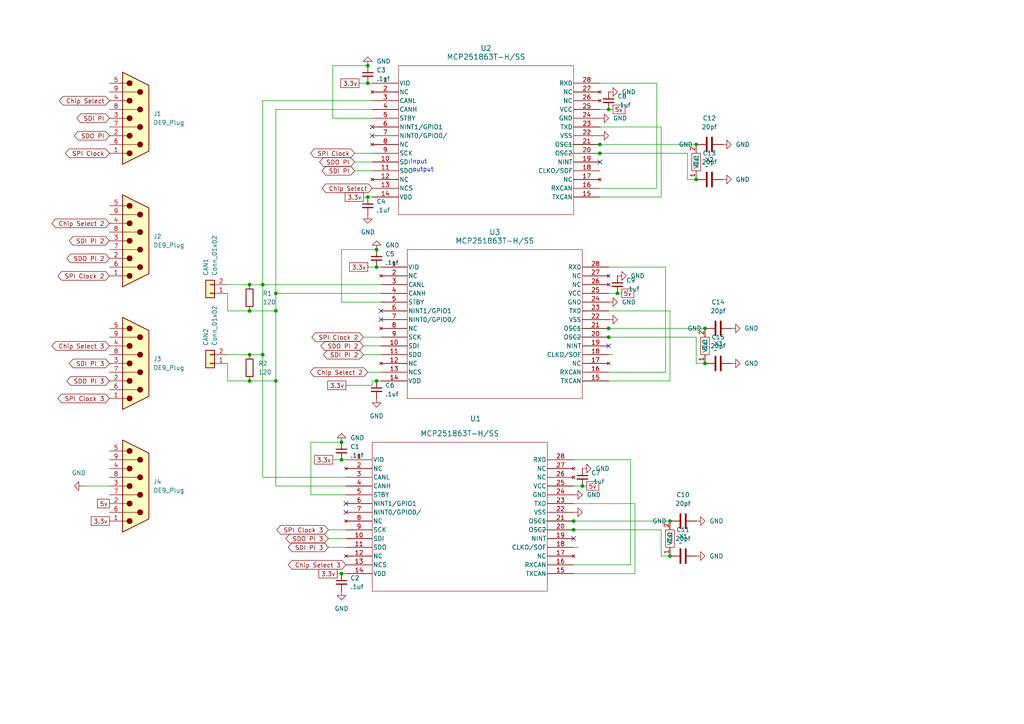
<source format=kicad_sch>
(kicad_sch
	(version 20231120)
	(generator "eeschema")
	(generator_version "8.0")
	(uuid "bfbc0bf6-f4d5-4aa0-8e29-40f26dbbd0fe")
	(paper "A4")
	(lib_symbols
		(symbol "Connector:DE9_Plug"
			(pin_names
				(offset 1.016) hide)
			(exclude_from_sim no)
			(in_bom yes)
			(on_board yes)
			(property "Reference" "J"
				(at 0 13.97 0)
				(effects
					(font
						(size 1.27 1.27)
					)
				)
			)
			(property "Value" "DE9_Plug"
				(at 0 -14.605 0)
				(effects
					(font
						(size 1.27 1.27)
					)
				)
			)
			(property "Footprint" ""
				(at 0 0 0)
				(effects
					(font
						(size 1.27 1.27)
					)
					(hide yes)
				)
			)
			(property "Datasheet" "~"
				(at 0 0 0)
				(effects
					(font
						(size 1.27 1.27)
					)
					(hide yes)
				)
			)
			(property "Description" "9-pin male plug pin D-SUB connector"
				(at 0 0 0)
				(effects
					(font
						(size 1.27 1.27)
					)
					(hide yes)
				)
			)
			(property "ki_keywords" "connector male plug D-SUB DB9"
				(at 0 0 0)
				(effects
					(font
						(size 1.27 1.27)
					)
					(hide yes)
				)
			)
			(property "ki_fp_filters" "DSUB*Male*"
				(at 0 0 0)
				(effects
					(font
						(size 1.27 1.27)
					)
					(hide yes)
				)
			)
			(symbol "DE9_Plug_0_1"
				(circle
					(center -1.778 -10.16)
					(radius 0.762)
					(stroke
						(width 0)
						(type default)
					)
					(fill
						(type outline)
					)
				)
				(circle
					(center -1.778 -5.08)
					(radius 0.762)
					(stroke
						(width 0)
						(type default)
					)
					(fill
						(type outline)
					)
				)
				(circle
					(center -1.778 0)
					(radius 0.762)
					(stroke
						(width 0)
						(type default)
					)
					(fill
						(type outline)
					)
				)
				(circle
					(center -1.778 5.08)
					(radius 0.762)
					(stroke
						(width 0)
						(type default)
					)
					(fill
						(type outline)
					)
				)
				(circle
					(center -1.778 10.16)
					(radius 0.762)
					(stroke
						(width 0)
						(type default)
					)
					(fill
						(type outline)
					)
				)
				(polyline
					(pts
						(xy -3.81 -10.16) (xy -2.54 -10.16)
					)
					(stroke
						(width 0)
						(type default)
					)
					(fill
						(type none)
					)
				)
				(polyline
					(pts
						(xy -3.81 -7.62) (xy 0.508 -7.62)
					)
					(stroke
						(width 0)
						(type default)
					)
					(fill
						(type none)
					)
				)
				(polyline
					(pts
						(xy -3.81 -5.08) (xy -2.54 -5.08)
					)
					(stroke
						(width 0)
						(type default)
					)
					(fill
						(type none)
					)
				)
				(polyline
					(pts
						(xy -3.81 -2.54) (xy 0.508 -2.54)
					)
					(stroke
						(width 0)
						(type default)
					)
					(fill
						(type none)
					)
				)
				(polyline
					(pts
						(xy -3.81 0) (xy -2.54 0)
					)
					(stroke
						(width 0)
						(type default)
					)
					(fill
						(type none)
					)
				)
				(polyline
					(pts
						(xy -3.81 2.54) (xy 0.508 2.54)
					)
					(stroke
						(width 0)
						(type default)
					)
					(fill
						(type none)
					)
				)
				(polyline
					(pts
						(xy -3.81 5.08) (xy -2.54 5.08)
					)
					(stroke
						(width 0)
						(type default)
					)
					(fill
						(type none)
					)
				)
				(polyline
					(pts
						(xy -3.81 7.62) (xy 0.508 7.62)
					)
					(stroke
						(width 0)
						(type default)
					)
					(fill
						(type none)
					)
				)
				(polyline
					(pts
						(xy -3.81 10.16) (xy -2.54 10.16)
					)
					(stroke
						(width 0)
						(type default)
					)
					(fill
						(type none)
					)
				)
				(polyline
					(pts
						(xy -3.81 -13.335) (xy -3.81 13.335) (xy 3.81 9.525) (xy 3.81 -9.525) (xy -3.81 -13.335)
					)
					(stroke
						(width 0.254)
						(type default)
					)
					(fill
						(type background)
					)
				)
				(circle
					(center 1.27 -7.62)
					(radius 0.762)
					(stroke
						(width 0)
						(type default)
					)
					(fill
						(type outline)
					)
				)
				(circle
					(center 1.27 -2.54)
					(radius 0.762)
					(stroke
						(width 0)
						(type default)
					)
					(fill
						(type outline)
					)
				)
				(circle
					(center 1.27 2.54)
					(radius 0.762)
					(stroke
						(width 0)
						(type default)
					)
					(fill
						(type outline)
					)
				)
				(circle
					(center 1.27 7.62)
					(radius 0.762)
					(stroke
						(width 0)
						(type default)
					)
					(fill
						(type outline)
					)
				)
			)
			(symbol "DE9_Plug_1_1"
				(pin passive line
					(at -7.62 -10.16 0)
					(length 3.81)
					(name "1"
						(effects
							(font
								(size 1.27 1.27)
							)
						)
					)
					(number "1"
						(effects
							(font
								(size 1.27 1.27)
							)
						)
					)
				)
				(pin passive line
					(at -7.62 -5.08 0)
					(length 3.81)
					(name "2"
						(effects
							(font
								(size 1.27 1.27)
							)
						)
					)
					(number "2"
						(effects
							(font
								(size 1.27 1.27)
							)
						)
					)
				)
				(pin passive line
					(at -7.62 0 0)
					(length 3.81)
					(name "3"
						(effects
							(font
								(size 1.27 1.27)
							)
						)
					)
					(number "3"
						(effects
							(font
								(size 1.27 1.27)
							)
						)
					)
				)
				(pin passive line
					(at -7.62 5.08 0)
					(length 3.81)
					(name "4"
						(effects
							(font
								(size 1.27 1.27)
							)
						)
					)
					(number "4"
						(effects
							(font
								(size 1.27 1.27)
							)
						)
					)
				)
				(pin passive line
					(at -7.62 10.16 0)
					(length 3.81)
					(name "5"
						(effects
							(font
								(size 1.27 1.27)
							)
						)
					)
					(number "5"
						(effects
							(font
								(size 1.27 1.27)
							)
						)
					)
				)
				(pin passive line
					(at -7.62 -7.62 0)
					(length 3.81)
					(name "6"
						(effects
							(font
								(size 1.27 1.27)
							)
						)
					)
					(number "6"
						(effects
							(font
								(size 1.27 1.27)
							)
						)
					)
				)
				(pin passive line
					(at -7.62 -2.54 0)
					(length 3.81)
					(name "7"
						(effects
							(font
								(size 1.27 1.27)
							)
						)
					)
					(number "7"
						(effects
							(font
								(size 1.27 1.27)
							)
						)
					)
				)
				(pin passive line
					(at -7.62 2.54 0)
					(length 3.81)
					(name "8"
						(effects
							(font
								(size 1.27 1.27)
							)
						)
					)
					(number "8"
						(effects
							(font
								(size 1.27 1.27)
							)
						)
					)
				)
				(pin passive line
					(at -7.62 7.62 0)
					(length 3.81)
					(name "9"
						(effects
							(font
								(size 1.27 1.27)
							)
						)
					)
					(number "9"
						(effects
							(font
								(size 1.27 1.27)
							)
						)
					)
				)
			)
		)
		(symbol "Connector_Generic:Conn_01x02"
			(pin_names
				(offset 1.016) hide)
			(exclude_from_sim no)
			(in_bom yes)
			(on_board yes)
			(property "Reference" "J"
				(at 0 2.54 0)
				(effects
					(font
						(size 1.27 1.27)
					)
				)
			)
			(property "Value" "Conn_01x02"
				(at 0 -5.08 0)
				(effects
					(font
						(size 1.27 1.27)
					)
				)
			)
			(property "Footprint" ""
				(at 0 0 0)
				(effects
					(font
						(size 1.27 1.27)
					)
					(hide yes)
				)
			)
			(property "Datasheet" "~"
				(at 0 0 0)
				(effects
					(font
						(size 1.27 1.27)
					)
					(hide yes)
				)
			)
			(property "Description" "Generic connector, single row, 01x02, script generated (kicad-library-utils/schlib/autogen/connector/)"
				(at 0 0 0)
				(effects
					(font
						(size 1.27 1.27)
					)
					(hide yes)
				)
			)
			(property "ki_keywords" "connector"
				(at 0 0 0)
				(effects
					(font
						(size 1.27 1.27)
					)
					(hide yes)
				)
			)
			(property "ki_fp_filters" "Connector*:*_1x??_*"
				(at 0 0 0)
				(effects
					(font
						(size 1.27 1.27)
					)
					(hide yes)
				)
			)
			(symbol "Conn_01x02_1_1"
				(rectangle
					(start -1.27 -2.413)
					(end 0 -2.667)
					(stroke
						(width 0.1524)
						(type default)
					)
					(fill
						(type none)
					)
				)
				(rectangle
					(start -1.27 0.127)
					(end 0 -0.127)
					(stroke
						(width 0.1524)
						(type default)
					)
					(fill
						(type none)
					)
				)
				(rectangle
					(start -1.27 1.27)
					(end 1.27 -3.81)
					(stroke
						(width 0.254)
						(type default)
					)
					(fill
						(type background)
					)
				)
				(pin passive line
					(at -5.08 0 0)
					(length 3.81)
					(name "Pin_1"
						(effects
							(font
								(size 1.27 1.27)
							)
						)
					)
					(number "1"
						(effects
							(font
								(size 1.27 1.27)
							)
						)
					)
				)
				(pin passive line
					(at -5.08 -2.54 0)
					(length 3.81)
					(name "Pin_2"
						(effects
							(font
								(size 1.27 1.27)
							)
						)
					)
					(number "2"
						(effects
							(font
								(size 1.27 1.27)
							)
						)
					)
				)
			)
		)
		(symbol "Device:C"
			(pin_numbers hide)
			(pin_names
				(offset 0.254)
			)
			(exclude_from_sim no)
			(in_bom yes)
			(on_board yes)
			(property "Reference" "C"
				(at 0.635 2.54 0)
				(effects
					(font
						(size 1.27 1.27)
					)
					(justify left)
				)
			)
			(property "Value" "C"
				(at 0.635 -2.54 0)
				(effects
					(font
						(size 1.27 1.27)
					)
					(justify left)
				)
			)
			(property "Footprint" ""
				(at 0.9652 -3.81 0)
				(effects
					(font
						(size 1.27 1.27)
					)
					(hide yes)
				)
			)
			(property "Datasheet" "~"
				(at 0 0 0)
				(effects
					(font
						(size 1.27 1.27)
					)
					(hide yes)
				)
			)
			(property "Description" "Unpolarized capacitor"
				(at 0 0 0)
				(effects
					(font
						(size 1.27 1.27)
					)
					(hide yes)
				)
			)
			(property "ki_keywords" "cap capacitor"
				(at 0 0 0)
				(effects
					(font
						(size 1.27 1.27)
					)
					(hide yes)
				)
			)
			(property "ki_fp_filters" "C_*"
				(at 0 0 0)
				(effects
					(font
						(size 1.27 1.27)
					)
					(hide yes)
				)
			)
			(symbol "C_0_1"
				(polyline
					(pts
						(xy -2.032 -0.762) (xy 2.032 -0.762)
					)
					(stroke
						(width 0.508)
						(type default)
					)
					(fill
						(type none)
					)
				)
				(polyline
					(pts
						(xy -2.032 0.762) (xy 2.032 0.762)
					)
					(stroke
						(width 0.508)
						(type default)
					)
					(fill
						(type none)
					)
				)
			)
			(symbol "C_1_1"
				(pin passive line
					(at 0 3.81 270)
					(length 2.794)
					(name "~"
						(effects
							(font
								(size 1.27 1.27)
							)
						)
					)
					(number "1"
						(effects
							(font
								(size 1.27 1.27)
							)
						)
					)
				)
				(pin passive line
					(at 0 -3.81 90)
					(length 2.794)
					(name "~"
						(effects
							(font
								(size 1.27 1.27)
							)
						)
					)
					(number "2"
						(effects
							(font
								(size 1.27 1.27)
							)
						)
					)
				)
			)
		)
		(symbol "Device:C_Small"
			(pin_numbers hide)
			(pin_names
				(offset 0.254) hide)
			(exclude_from_sim no)
			(in_bom yes)
			(on_board yes)
			(property "Reference" "C"
				(at 0.254 1.778 0)
				(effects
					(font
						(size 1.27 1.27)
					)
					(justify left)
				)
			)
			(property "Value" "C_Small"
				(at 0.254 -2.032 0)
				(effects
					(font
						(size 1.27 1.27)
					)
					(justify left)
				)
			)
			(property "Footprint" ""
				(at 0 0 0)
				(effects
					(font
						(size 1.27 1.27)
					)
					(hide yes)
				)
			)
			(property "Datasheet" "~"
				(at 0 0 0)
				(effects
					(font
						(size 1.27 1.27)
					)
					(hide yes)
				)
			)
			(property "Description" "Unpolarized capacitor, small symbol"
				(at 0 0 0)
				(effects
					(font
						(size 1.27 1.27)
					)
					(hide yes)
				)
			)
			(property "ki_keywords" "capacitor cap"
				(at 0 0 0)
				(effects
					(font
						(size 1.27 1.27)
					)
					(hide yes)
				)
			)
			(property "ki_fp_filters" "C_*"
				(at 0 0 0)
				(effects
					(font
						(size 1.27 1.27)
					)
					(hide yes)
				)
			)
			(symbol "C_Small_0_1"
				(polyline
					(pts
						(xy -1.524 -0.508) (xy 1.524 -0.508)
					)
					(stroke
						(width 0.3302)
						(type default)
					)
					(fill
						(type none)
					)
				)
				(polyline
					(pts
						(xy -1.524 0.508) (xy 1.524 0.508)
					)
					(stroke
						(width 0.3048)
						(type default)
					)
					(fill
						(type none)
					)
				)
			)
			(symbol "C_Small_1_1"
				(pin passive line
					(at 0 2.54 270)
					(length 2.032)
					(name "~"
						(effects
							(font
								(size 1.27 1.27)
							)
						)
					)
					(number "1"
						(effects
							(font
								(size 1.27 1.27)
							)
						)
					)
				)
				(pin passive line
					(at 0 -2.54 90)
					(length 2.032)
					(name "~"
						(effects
							(font
								(size 1.27 1.27)
							)
						)
					)
					(number "2"
						(effects
							(font
								(size 1.27 1.27)
							)
						)
					)
				)
			)
		)
		(symbol "Device:R"
			(pin_numbers hide)
			(pin_names
				(offset 0)
			)
			(exclude_from_sim no)
			(in_bom yes)
			(on_board yes)
			(property "Reference" "R"
				(at 2.032 0 90)
				(effects
					(font
						(size 1.27 1.27)
					)
				)
			)
			(property "Value" "R"
				(at 0 0 90)
				(effects
					(font
						(size 1.27 1.27)
					)
				)
			)
			(property "Footprint" ""
				(at -1.778 0 90)
				(effects
					(font
						(size 1.27 1.27)
					)
					(hide yes)
				)
			)
			(property "Datasheet" "~"
				(at 0 0 0)
				(effects
					(font
						(size 1.27 1.27)
					)
					(hide yes)
				)
			)
			(property "Description" "Resistor"
				(at 0 0 0)
				(effects
					(font
						(size 1.27 1.27)
					)
					(hide yes)
				)
			)
			(property "ki_keywords" "R res resistor"
				(at 0 0 0)
				(effects
					(font
						(size 1.27 1.27)
					)
					(hide yes)
				)
			)
			(property "ki_fp_filters" "R_*"
				(at 0 0 0)
				(effects
					(font
						(size 1.27 1.27)
					)
					(hide yes)
				)
			)
			(symbol "R_0_1"
				(rectangle
					(start -1.016 -2.54)
					(end 1.016 2.54)
					(stroke
						(width 0.254)
						(type default)
					)
					(fill
						(type none)
					)
				)
			)
			(symbol "R_1_1"
				(pin passive line
					(at 0 3.81 270)
					(length 1.27)
					(name "~"
						(effects
							(font
								(size 1.27 1.27)
							)
						)
					)
					(number "1"
						(effects
							(font
								(size 1.27 1.27)
							)
						)
					)
				)
				(pin passive line
					(at 0 -3.81 90)
					(length 1.27)
					(name "~"
						(effects
							(font
								(size 1.27 1.27)
							)
						)
					)
					(number "2"
						(effects
							(font
								(size 1.27 1.27)
							)
						)
					)
				)
			)
		)
		(symbol "New_Library:FC4ST Oscillator"
			(exclude_from_sim no)
			(in_bom yes)
			(on_board yes)
			(property "Reference" "X"
				(at -1.27 4.572 0)
				(effects
					(font
						(size 1.27 1.27)
					)
				)
			)
			(property "Value" ""
				(at 0 0 0)
				(effects
					(font
						(size 1.27 1.27)
					)
				)
			)
			(property "Footprint" ""
				(at 0 0 0)
				(effects
					(font
						(size 1.27 1.27)
					)
					(hide yes)
				)
			)
			(property "Datasheet" ""
				(at 0 0 0)
				(effects
					(font
						(size 1.27 1.27)
					)
					(hide yes)
				)
			)
			(property "Description" ""
				(at 0 0 0)
				(effects
					(font
						(size 1.27 1.27)
					)
					(hide yes)
				)
			)
			(symbol "FC4ST Oscillator_0_1"
				(rectangle
					(start 1.27 1.27)
					(end -3.81 3.81)
					(stroke
						(width 0)
						(type default)
					)
					(fill
						(type none)
					)
				)
			)
			(symbol "FC4ST Oscillator_1_1"
				(pin input line
					(at -6.35 2.54 0)
					(length 2.54)
					(name "VCC"
						(effects
							(font
								(size 1.27 1.27)
							)
						)
					)
					(number "1"
						(effects
							(font
								(size 1.27 1.27)
							)
						)
					)
				)
				(pin output line
					(at 3.81 2.54 180)
					(length 2.54)
					(name "Out"
						(effects
							(font
								(size 1.27 1.27)
							)
						)
					)
					(number "2"
						(effects
							(font
								(size 1.27 1.27)
							)
						)
					)
				)
			)
		)
		(symbol "New_Library:MCP251863T-H_SS"
			(pin_names
				(offset 0.254)
			)
			(exclude_from_sim no)
			(in_bom yes)
			(on_board yes)
			(property "Reference" "U"
				(at 33.02 10.16 0)
				(effects
					(font
						(size 1.524 1.524)
					)
				)
			)
			(property "Value" "MCP251863T-H/SS"
				(at 33.02 7.62 0)
				(effects
					(font
						(size 1.524 1.524)
					)
				)
			)
			(property "Footprint" "28L-SSOP_MCH"
				(at 0 0 0)
				(effects
					(font
						(size 1.27 1.27)
						(italic yes)
					)
					(hide yes)
				)
			)
			(property "Datasheet" "MCP251863T-H/SS"
				(at 0 0 0)
				(effects
					(font
						(size 1.27 1.27)
						(italic yes)
					)
					(hide yes)
				)
			)
			(property "Description" ""
				(at 0 0 0)
				(effects
					(font
						(size 1.27 1.27)
					)
					(hide yes)
				)
			)
			(property "ki_locked" ""
				(at 0 0 0)
				(effects
					(font
						(size 1.27 1.27)
					)
				)
			)
			(property "ki_keywords" "MCP251863T-H/SS"
				(at 0 0 0)
				(effects
					(font
						(size 1.27 1.27)
					)
					(hide yes)
				)
			)
			(property "ki_fp_filters" "28L-SSOP_MCH"
				(at 0 0 0)
				(effects
					(font
						(size 1.27 1.27)
					)
					(hide yes)
				)
			)
			(symbol "MCP251863T-H_SS_0_1"
				(polyline
					(pts
						(xy 7.62 -38.1) (xy 58.42 -38.1)
					)
					(stroke
						(width 0.127)
						(type default)
					)
					(fill
						(type none)
					)
				)
				(polyline
					(pts
						(xy 7.62 5.08) (xy 7.62 -38.1)
					)
					(stroke
						(width 0.127)
						(type default)
					)
					(fill
						(type none)
					)
				)
				(polyline
					(pts
						(xy 58.42 -38.1) (xy 58.42 5.08)
					)
					(stroke
						(width 0.127)
						(type default)
					)
					(fill
						(type none)
					)
				)
				(polyline
					(pts
						(xy 58.42 5.08) (xy 7.62 5.08)
					)
					(stroke
						(width 0.127)
						(type default)
					)
					(fill
						(type none)
					)
				)
				(pin power_in line
					(at 0 0 0)
					(length 7.62)
					(name "VIO"
						(effects
							(font
								(size 1.27 1.27)
							)
						)
					)
					(number "1"
						(effects
							(font
								(size 1.27 1.27)
							)
						)
					)
				)
				(pin input line
					(at 0 -22.86 0)
					(length 7.62)
					(name "SDI"
						(effects
							(font
								(size 1.27 1.27)
							)
						)
					)
					(number "10"
						(effects
							(font
								(size 1.27 1.27)
							)
						)
					)
				)
				(pin output line
					(at 0 -25.4 0)
					(length 7.62)
					(name "SDO"
						(effects
							(font
								(size 1.27 1.27)
							)
						)
					)
					(number "11"
						(effects
							(font
								(size 1.27 1.27)
							)
						)
					)
				)
				(pin no_connect line
					(at 0 -27.94 0)
					(length 7.62)
					(name "NC"
						(effects
							(font
								(size 1.27 1.27)
							)
						)
					)
					(number "12"
						(effects
							(font
								(size 1.27 1.27)
							)
						)
					)
				)
				(pin input line
					(at 0 -30.48 0)
					(length 7.62)
					(name "NCS"
						(effects
							(font
								(size 1.27 1.27)
							)
						)
					)
					(number "13"
						(effects
							(font
								(size 1.27 1.27)
							)
						)
					)
				)
				(pin power_in line
					(at 0 -33.02 0)
					(length 7.62)
					(name "VDD"
						(effects
							(font
								(size 1.27 1.27)
							)
						)
					)
					(number "14"
						(effects
							(font
								(size 1.27 1.27)
							)
						)
					)
				)
				(pin output line
					(at 66.04 -33.02 180)
					(length 7.62)
					(name "TXCAN"
						(effects
							(font
								(size 1.27 1.27)
							)
						)
					)
					(number "15"
						(effects
							(font
								(size 1.27 1.27)
							)
						)
					)
				)
				(pin input line
					(at 66.04 -30.48 180)
					(length 7.62)
					(name "RXCAN"
						(effects
							(font
								(size 1.27 1.27)
							)
						)
					)
					(number "16"
						(effects
							(font
								(size 1.27 1.27)
							)
						)
					)
				)
				(pin no_connect line
					(at 66.04 -27.94 180)
					(length 7.62)
					(name "NC"
						(effects
							(font
								(size 1.27 1.27)
							)
						)
					)
					(number "17"
						(effects
							(font
								(size 1.27 1.27)
							)
						)
					)
				)
				(pin output line
					(at 66.04 -25.4 180)
					(length 7.62)
					(name "CLKO/SOF"
						(effects
							(font
								(size 1.27 1.27)
							)
						)
					)
					(number "18"
						(effects
							(font
								(size 1.27 1.27)
							)
						)
					)
				)
				(pin output line
					(at 66.04 -22.86 180)
					(length 7.62)
					(name "NINT"
						(effects
							(font
								(size 1.27 1.27)
							)
						)
					)
					(number "19"
						(effects
							(font
								(size 1.27 1.27)
							)
						)
					)
				)
				(pin no_connect line
					(at 0 -2.54 0)
					(length 7.62)
					(name "NC"
						(effects
							(font
								(size 1.27 1.27)
							)
						)
					)
					(number "2"
						(effects
							(font
								(size 1.27 1.27)
							)
						)
					)
				)
				(pin output line
					(at 66.04 -20.32 180)
					(length 7.62)
					(name "OSC2"
						(effects
							(font
								(size 1.27 1.27)
							)
						)
					)
					(number "20"
						(effects
							(font
								(size 1.27 1.27)
							)
						)
					)
				)
				(pin input line
					(at 66.04 -17.78 180)
					(length 7.62)
					(name "OSC1"
						(effects
							(font
								(size 1.27 1.27)
							)
						)
					)
					(number "21"
						(effects
							(font
								(size 1.27 1.27)
							)
						)
					)
				)
				(pin power_in line
					(at 66.04 -15.24 180)
					(length 7.62)
					(name "VSS"
						(effects
							(font
								(size 1.27 1.27)
							)
						)
					)
					(number "22"
						(effects
							(font
								(size 1.27 1.27)
							)
						)
					)
				)
				(pin input line
					(at 66.04 -12.7 180)
					(length 7.62)
					(name "TXD"
						(effects
							(font
								(size 1.27 1.27)
							)
						)
					)
					(number "23"
						(effects
							(font
								(size 1.27 1.27)
							)
						)
					)
				)
				(pin power_in line
					(at 66.04 -10.16 180)
					(length 7.62)
					(name "GND"
						(effects
							(font
								(size 1.27 1.27)
							)
						)
					)
					(number "24"
						(effects
							(font
								(size 1.27 1.27)
							)
						)
					)
				)
				(pin power_in line
					(at 66.04 -7.62 180)
					(length 7.62)
					(name "VCC"
						(effects
							(font
								(size 1.27 1.27)
							)
						)
					)
					(number "25"
						(effects
							(font
								(size 1.27 1.27)
							)
						)
					)
				)
				(pin no_connect line
					(at 66.04 -5.08 180)
					(length 7.62)
					(name "NC"
						(effects
							(font
								(size 1.27 1.27)
							)
						)
					)
					(number "26"
						(effects
							(font
								(size 1.27 1.27)
							)
						)
					)
				)
				(pin no_connect line
					(at 66.04 -2.54 180)
					(length 7.62)
					(name "NC"
						(effects
							(font
								(size 1.27 1.27)
							)
						)
					)
					(number "27"
						(effects
							(font
								(size 1.27 1.27)
							)
						)
					)
				)
				(pin output line
					(at 66.04 0 180)
					(length 7.62)
					(name "RXD"
						(effects
							(font
								(size 1.27 1.27)
							)
						)
					)
					(number "28"
						(effects
							(font
								(size 1.27 1.27)
							)
						)
					)
				)
				(pin bidirectional line
					(at 0 -5.08 0)
					(length 7.62)
					(name "CANL"
						(effects
							(font
								(size 1.27 1.27)
							)
						)
					)
					(number "3"
						(effects
							(font
								(size 1.27 1.27)
							)
						)
					)
				)
				(pin bidirectional line
					(at 0 -7.62 0)
					(length 7.62)
					(name "CANH"
						(effects
							(font
								(size 1.27 1.27)
							)
						)
					)
					(number "4"
						(effects
							(font
								(size 1.27 1.27)
							)
						)
					)
				)
				(pin input line
					(at 0 -10.16 0)
					(length 7.62)
					(name "STBY"
						(effects
							(font
								(size 1.27 1.27)
							)
						)
					)
					(number "5"
						(effects
							(font
								(size 1.27 1.27)
							)
						)
					)
				)
				(pin bidirectional line
					(at 0 -12.7 0)
					(length 7.62)
					(name "NINT1/GPIO1"
						(effects
							(font
								(size 1.27 1.27)
							)
						)
					)
					(number "6"
						(effects
							(font
								(size 1.27 1.27)
							)
						)
					)
				)
				(pin bidirectional line
					(at 0 -15.24 0)
					(length 7.62)
					(name "NINT0/GPIO0/"
						(effects
							(font
								(size 1.27 1.27)
							)
						)
					)
					(number "7"
						(effects
							(font
								(size 1.27 1.27)
							)
						)
					)
				)
				(pin no_connect line
					(at 0 -17.78 0)
					(length 7.62)
					(name "NC"
						(effects
							(font
								(size 1.27 1.27)
							)
						)
					)
					(number "8"
						(effects
							(font
								(size 1.27 1.27)
							)
						)
					)
				)
				(pin input line
					(at 0 -20.32 0)
					(length 7.62)
					(name "SCK"
						(effects
							(font
								(size 1.27 1.27)
							)
						)
					)
					(number "9"
						(effects
							(font
								(size 1.27 1.27)
							)
						)
					)
				)
			)
		)
		(symbol "power:GND"
			(power)
			(pin_numbers hide)
			(pin_names
				(offset 0) hide)
			(exclude_from_sim no)
			(in_bom yes)
			(on_board yes)
			(property "Reference" "#PWR"
				(at 0 -6.35 0)
				(effects
					(font
						(size 1.27 1.27)
					)
					(hide yes)
				)
			)
			(property "Value" "GND"
				(at 0 -3.81 0)
				(effects
					(font
						(size 1.27 1.27)
					)
				)
			)
			(property "Footprint" ""
				(at 0 0 0)
				(effects
					(font
						(size 1.27 1.27)
					)
					(hide yes)
				)
			)
			(property "Datasheet" ""
				(at 0 0 0)
				(effects
					(font
						(size 1.27 1.27)
					)
					(hide yes)
				)
			)
			(property "Description" "Power symbol creates a global label with name \"GND\" , ground"
				(at 0 0 0)
				(effects
					(font
						(size 1.27 1.27)
					)
					(hide yes)
				)
			)
			(property "ki_keywords" "global power"
				(at 0 0 0)
				(effects
					(font
						(size 1.27 1.27)
					)
					(hide yes)
				)
			)
			(symbol "GND_0_1"
				(polyline
					(pts
						(xy 0 0) (xy 0 -1.27) (xy 1.27 -1.27) (xy 0 -2.54) (xy -1.27 -1.27) (xy 0 -1.27)
					)
					(stroke
						(width 0)
						(type default)
					)
					(fill
						(type none)
					)
				)
			)
			(symbol "GND_1_1"
				(pin power_in line
					(at 0 0 270)
					(length 0)
					(name "~"
						(effects
							(font
								(size 1.27 1.27)
							)
						)
					)
					(number "1"
						(effects
							(font
								(size 1.27 1.27)
							)
						)
					)
				)
			)
		)
	)
	(junction
		(at 80.01 85.09)
		(diameter 0)
		(color 0 0 0 0)
		(uuid "095abb29-b734-4bb8-8987-4b0166dae745")
	)
	(junction
		(at 166.37 153.67)
		(diameter 0)
		(color 0 0 0 0)
		(uuid "0b0b019f-76c9-4a70-b4e2-432936444ed5")
	)
	(junction
		(at 194.31 161.29)
		(diameter 0)
		(color 0 0 0 0)
		(uuid "23745acd-dcb9-49f3-bb7f-40ba24b459e6")
	)
	(junction
		(at 176.53 97.79)
		(diameter 0)
		(color 0 0 0 0)
		(uuid "34e34091-53f5-475b-b46e-774e3d0ce4ed")
	)
	(junction
		(at 72.39 82.55)
		(diameter 0)
		(color 0 0 0 0)
		(uuid "41369bba-1257-4d5e-acda-05a5a4fea7d2")
	)
	(junction
		(at 176.53 31.75)
		(diameter 0)
		(color 0 0 0 0)
		(uuid "4c4d9591-7ee0-49e5-a891-d3cdc42e6d14")
	)
	(junction
		(at 166.37 151.13)
		(diameter 0)
		(color 0 0 0 0)
		(uuid "57c2dd9a-8914-4fc7-a78a-a5c2bd62beae")
	)
	(junction
		(at 80.01 90.17)
		(diameter 0)
		(color 0 0 0 0)
		(uuid "5b0b9d40-6b46-4100-9be2-b2b1bf9788ca")
	)
	(junction
		(at 72.39 110.49)
		(diameter 0)
		(color 0 0 0 0)
		(uuid "621090b9-3b0c-4f36-80dd-920847ab14aa")
	)
	(junction
		(at 204.47 95.25)
		(diameter 0)
		(color 0 0 0 0)
		(uuid "648d8baa-8c66-4783-9992-4237c2c95095")
	)
	(junction
		(at 76.2 102.87)
		(diameter 0)
		(color 0 0 0 0)
		(uuid "66d61e84-c4ce-47ba-8d72-b2160eb0cda7")
	)
	(junction
		(at 109.22 72.39)
		(diameter 0)
		(color 0 0 0 0)
		(uuid "6d0ef944-771b-47e7-817a-3eeccfd3bd31")
	)
	(junction
		(at 109.22 77.47)
		(diameter 0)
		(color 0 0 0 0)
		(uuid "70e08187-baf9-43fe-9ed1-1117ac6bb7e7")
	)
	(junction
		(at 204.47 105.41)
		(diameter 0)
		(color 0 0 0 0)
		(uuid "7355851f-f3f1-4505-bb17-055b069e1443")
	)
	(junction
		(at 80.01 110.49)
		(diameter 0)
		(color 0 0 0 0)
		(uuid "79dec886-134f-4b66-a9ce-6eb657cc783b")
	)
	(junction
		(at 201.93 41.91)
		(diameter 0)
		(color 0 0 0 0)
		(uuid "86b74f3f-4c66-4568-83b2-7e73367f3faf")
	)
	(junction
		(at 99.06 128.27)
		(diameter 0)
		(color 0 0 0 0)
		(uuid "8ca751f0-1e30-44e4-bc8b-1ef99f9b169b")
	)
	(junction
		(at 99.06 133.35)
		(diameter 0)
		(color 0 0 0 0)
		(uuid "8d51652d-c520-44e2-a3b7-66f9076249a5")
	)
	(junction
		(at 176.53 95.25)
		(diameter 0)
		(color 0 0 0 0)
		(uuid "9fecfb02-730b-4f61-847d-dd7e8a27b916")
	)
	(junction
		(at 179.07 85.09)
		(diameter 0)
		(color 0 0 0 0)
		(uuid "a61e47c3-b4a3-4fc6-ba6d-0c28ada28a89")
	)
	(junction
		(at 173.99 41.91)
		(diameter 0)
		(color 0 0 0 0)
		(uuid "a727efa6-2add-42b2-ac42-8af5f499a819")
	)
	(junction
		(at 99.06 166.37)
		(diameter 0)
		(color 0 0 0 0)
		(uuid "a9030c40-7432-498a-b130-a1720326c328")
	)
	(junction
		(at 173.99 44.45)
		(diameter 0)
		(color 0 0 0 0)
		(uuid "b39d5b3e-6da2-47fd-9b4e-371e4e7873bf")
	)
	(junction
		(at 106.68 19.05)
		(diameter 0)
		(color 0 0 0 0)
		(uuid "b7cec831-10de-4c43-a588-8dd9d8f09542")
	)
	(junction
		(at 106.68 57.15)
		(diameter 0)
		(color 0 0 0 0)
		(uuid "babeb0ee-3a17-41af-84d6-ad0168e67195")
	)
	(junction
		(at 201.93 52.07)
		(diameter 0)
		(color 0 0 0 0)
		(uuid "c763d492-4eb0-436d-8d13-cf2d52ca6839")
	)
	(junction
		(at 72.39 90.17)
		(diameter 0)
		(color 0 0 0 0)
		(uuid "dbaab35f-a617-4966-870b-6ff97f6764ec")
	)
	(junction
		(at 72.39 102.87)
		(diameter 0)
		(color 0 0 0 0)
		(uuid "ddcea245-6afc-4a1a-b597-1b17f65c05b5")
	)
	(junction
		(at 106.68 24.13)
		(diameter 0)
		(color 0 0 0 0)
		(uuid "ddd308d8-4aeb-415b-bcd2-7b10acbc654e")
	)
	(junction
		(at 194.31 151.13)
		(diameter 0)
		(color 0 0 0 0)
		(uuid "e52dae0c-47a5-46e8-a191-09355cf3da09")
	)
	(junction
		(at 168.91 140.97)
		(diameter 0)
		(color 0 0 0 0)
		(uuid "e55b3dbe-ded8-4bc8-9cdb-9238781b6657")
	)
	(junction
		(at 109.22 110.49)
		(diameter 0)
		(color 0 0 0 0)
		(uuid "f71b81ca-c5d5-49be-a5ed-37e1390ea069")
	)
	(junction
		(at 76.2 82.55)
		(diameter 0)
		(color 0 0 0 0)
		(uuid "fd13ad20-0ee3-49ff-9cf9-be9dc2c69e63")
	)
	(no_connect
		(at 110.49 90.17)
		(uuid "143c6b4d-4e49-48f5-9984-b497006a611f")
	)
	(no_connect
		(at 166.37 156.21)
		(uuid "5066ab4d-501b-423c-8506-396bbe412896")
	)
	(no_connect
		(at 173.99 46.99)
		(uuid "6bfc164b-ab98-4f9b-9214-80e86ec9b76b")
	)
	(no_connect
		(at 110.49 92.71)
		(uuid "715f659a-d554-401e-bdc9-cae9f7aeed3a")
	)
	(no_connect
		(at 107.95 36.83)
		(uuid "847b07c5-e160-4a16-8611-89c16cec5578")
	)
	(no_connect
		(at 176.53 100.33)
		(uuid "b9809c1f-b7fa-4a48-b773-2efa59d7e1a1")
	)
	(no_connect
		(at 100.33 148.59)
		(uuid "c07384e0-4a6e-4fd3-85e2-bad098ff0f2b")
	)
	(no_connect
		(at 107.95 39.37)
		(uuid "c39ed38d-08a3-4345-b22e-8c9b85f977e3")
	)
	(no_connect
		(at 100.33 146.05)
		(uuid "c89358a6-f8ed-49ec-99dc-13b1ba253523")
	)
	(wire
		(pts
			(xy 176.53 85.09) (xy 179.07 85.09)
		)
		(stroke
			(width 0)
			(type default)
		)
		(uuid "001b5518-d15f-47bc-990f-04ee687f0020")
	)
	(wire
		(pts
			(xy 80.01 31.75) (xy 80.01 85.09)
		)
		(stroke
			(width 0)
			(type default)
		)
		(uuid "02a51b46-3474-452a-900d-a797f1f6c041")
	)
	(wire
		(pts
			(xy 105.41 102.87) (xy 110.49 102.87)
		)
		(stroke
			(width 0)
			(type default)
		)
		(uuid "04a3f0c2-4450-458a-8c5f-c7f2ac45f2f1")
	)
	(wire
		(pts
			(xy 176.53 90.17) (xy 194.31 90.17)
		)
		(stroke
			(width 0)
			(type default)
		)
		(uuid "05661b61-6ece-4604-a3c7-04a66a46fd44")
	)
	(wire
		(pts
			(xy 204.47 105.41) (xy 201.93 105.41)
		)
		(stroke
			(width 0)
			(type default)
		)
		(uuid "08b42721-6aaf-4a5a-90bf-27f1cfa18c5f")
	)
	(wire
		(pts
			(xy 24.13 140.97) (xy 31.75 140.97)
		)
		(stroke
			(width 0)
			(type default)
		)
		(uuid "09575eaf-0c28-4457-b6e4-fc55a6be8ea9")
	)
	(wire
		(pts
			(xy 107.95 111.76) (xy 107.95 110.49)
		)
		(stroke
			(width 0)
			(type default)
		)
		(uuid "0bc58947-38c1-4ef8-a8ec-732c29a9cff5")
	)
	(wire
		(pts
			(xy 109.22 110.49) (xy 110.49 110.49)
		)
		(stroke
			(width 0)
			(type default)
		)
		(uuid "0c413660-31a5-4ab4-9b20-3a39d71407ac")
	)
	(wire
		(pts
			(xy 173.99 36.83) (xy 191.77 36.83)
		)
		(stroke
			(width 0)
			(type default)
		)
		(uuid "10609583-741e-490c-8efe-19f8cf6f7679")
	)
	(wire
		(pts
			(xy 194.31 90.17) (xy 194.31 110.49)
		)
		(stroke
			(width 0)
			(type default)
		)
		(uuid "12140f24-f3a4-4a96-8bb7-18c8ce0db390")
	)
	(wire
		(pts
			(xy 96.52 19.05) (xy 106.68 19.05)
		)
		(stroke
			(width 0)
			(type default)
		)
		(uuid "1400fce7-ff5b-45fe-b13d-b7c33930f028")
	)
	(wire
		(pts
			(xy 154.94 151.13) (xy 166.37 151.13)
		)
		(stroke
			(width 0)
			(type default)
		)
		(uuid "1564e443-5e20-416c-a372-f89834521859")
	)
	(wire
		(pts
			(xy 76.2 82.55) (xy 110.49 82.55)
		)
		(stroke
			(width 0)
			(type default)
		)
		(uuid "1a3eead5-edd3-46a2-9ea6-203d368844cc")
	)
	(wire
		(pts
			(xy 179.07 85.09) (xy 180.34 85.09)
		)
		(stroke
			(width 0)
			(type default)
		)
		(uuid "1aafe23c-f269-4fa4-80b4-9dcc1e9b70cc")
	)
	(wire
		(pts
			(xy 95.25 158.75) (xy 100.33 158.75)
		)
		(stroke
			(width 0)
			(type default)
		)
		(uuid "1dd6d128-66c3-4087-8936-8a00619a0eca")
	)
	(wire
		(pts
			(xy 154.94 153.67) (xy 166.37 153.67)
		)
		(stroke
			(width 0)
			(type default)
		)
		(uuid "2187703b-01bd-4aca-ad8e-17ae12920a3e")
	)
	(wire
		(pts
			(xy 162.56 44.45) (xy 173.99 44.45)
		)
		(stroke
			(width 0)
			(type default)
		)
		(uuid "2286750f-49d1-43e7-b394-cb8e183a7e2d")
	)
	(wire
		(pts
			(xy 80.01 31.75) (xy 107.95 31.75)
		)
		(stroke
			(width 0)
			(type default)
		)
		(uuid "24e9b255-928a-4e81-829c-2c623a763c30")
	)
	(wire
		(pts
			(xy 193.04 77.47) (xy 193.04 107.95)
		)
		(stroke
			(width 0)
			(type default)
		)
		(uuid "26661819-f9f1-4c4a-8237-91a4ab7c7aec")
	)
	(wire
		(pts
			(xy 201.93 105.41) (xy 201.93 97.79)
		)
		(stroke
			(width 0)
			(type default)
		)
		(uuid "275f6e65-77df-4f0f-894c-10efe872b57e")
	)
	(wire
		(pts
			(xy 201.93 52.07) (xy 199.39 52.07)
		)
		(stroke
			(width 0)
			(type default)
		)
		(uuid "2a5f953f-f785-4de2-acfd-65fb5d235026")
	)
	(wire
		(pts
			(xy 109.22 77.47) (xy 110.49 77.47)
		)
		(stroke
			(width 0)
			(type default)
		)
		(uuid "2cf9fa44-14fb-41d7-90f9-e54fd921940c")
	)
	(wire
		(pts
			(xy 99.06 72.39) (xy 109.22 72.39)
		)
		(stroke
			(width 0)
			(type default)
		)
		(uuid "2d742ffb-382c-436b-8c6e-ac3962104f7a")
	)
	(wire
		(pts
			(xy 106.68 24.13) (xy 107.95 24.13)
		)
		(stroke
			(width 0)
			(type default)
		)
		(uuid "32ef7ef4-5f87-418a-9983-7e0d3b7d841e")
	)
	(wire
		(pts
			(xy 165.1 95.25) (xy 176.53 95.25)
		)
		(stroke
			(width 0)
			(type default)
		)
		(uuid "360889b4-d2a8-4017-9acc-672f289a44d4")
	)
	(wire
		(pts
			(xy 76.2 29.21) (xy 76.2 82.55)
		)
		(stroke
			(width 0)
			(type default)
		)
		(uuid "36e36e11-238e-49c1-8dd0-7ddbb9175156")
	)
	(wire
		(pts
			(xy 176.53 77.47) (xy 193.04 77.47)
		)
		(stroke
			(width 0)
			(type default)
		)
		(uuid "3818aca0-1dbf-4cd4-be6c-3ed2decd3a34")
	)
	(wire
		(pts
			(xy 72.39 82.55) (xy 76.2 82.55)
		)
		(stroke
			(width 0)
			(type default)
		)
		(uuid "38c569e1-9de1-4e07-b055-066acc6d84f0")
	)
	(wire
		(pts
			(xy 80.01 110.49) (xy 80.01 140.97)
		)
		(stroke
			(width 0)
			(type default)
		)
		(uuid "3bc4b5bb-2a55-493d-9f60-90ef1990d854")
	)
	(wire
		(pts
			(xy 99.06 166.37) (xy 100.33 166.37)
		)
		(stroke
			(width 0)
			(type default)
		)
		(uuid "3d3f3033-30a7-4430-8dbc-1e12c05b99d0")
	)
	(wire
		(pts
			(xy 90.17 128.27) (xy 99.06 128.27)
		)
		(stroke
			(width 0)
			(type default)
		)
		(uuid "3e3d4f68-63e4-49c0-af7c-23c73faf4d87")
	)
	(wire
		(pts
			(xy 66.04 110.49) (xy 72.39 110.49)
		)
		(stroke
			(width 0)
			(type default)
		)
		(uuid "41ca5469-3660-4779-9cac-a4fb53032ca7")
	)
	(wire
		(pts
			(xy 90.17 143.51) (xy 100.33 143.51)
		)
		(stroke
			(width 0)
			(type default)
		)
		(uuid "42a720b0-1513-4fe9-99b2-96e35a28a161")
	)
	(wire
		(pts
			(xy 182.88 163.83) (xy 166.37 163.83)
		)
		(stroke
			(width 0)
			(type default)
		)
		(uuid "42aeeee4-7cc3-474a-8cab-fb500fb02759")
	)
	(wire
		(pts
			(xy 107.95 110.49) (xy 109.22 110.49)
		)
		(stroke
			(width 0)
			(type default)
		)
		(uuid "44ae2f72-fa03-402a-ac7e-0e0db7f03fb4")
	)
	(wire
		(pts
			(xy 106.68 107.95) (xy 110.49 107.95)
		)
		(stroke
			(width 0)
			(type default)
		)
		(uuid "4bdff4ea-744b-453a-a454-1f03827087e1")
	)
	(wire
		(pts
			(xy 76.2 29.21) (xy 107.95 29.21)
		)
		(stroke
			(width 0)
			(type default)
		)
		(uuid "4c9726f1-b7f3-49c6-8428-a3d345cae172")
	)
	(wire
		(pts
			(xy 76.2 138.43) (xy 100.33 138.43)
		)
		(stroke
			(width 0)
			(type default)
		)
		(uuid "4f4871cd-87b3-4031-872c-502d93a433a9")
	)
	(wire
		(pts
			(xy 97.79 166.37) (xy 99.06 166.37)
		)
		(stroke
			(width 0)
			(type default)
		)
		(uuid "51504961-68da-41ea-a790-6cf1cec7078c")
	)
	(wire
		(pts
			(xy 173.99 24.13) (xy 190.5 24.13)
		)
		(stroke
			(width 0)
			(type default)
		)
		(uuid "51d08001-d025-4859-8687-638e7d7a97d5")
	)
	(wire
		(pts
			(xy 99.06 87.63) (xy 110.49 87.63)
		)
		(stroke
			(width 0)
			(type default)
		)
		(uuid "52030651-3c41-4c72-a59f-1ca2f9d5281b")
	)
	(wire
		(pts
			(xy 176.53 102.87) (xy 177.8 102.87)
		)
		(stroke
			(width 0)
			(type default)
		)
		(uuid "538ee7bc-284d-4ac5-b14c-2ea238e9919c")
	)
	(wire
		(pts
			(xy 72.39 90.17) (xy 80.01 90.17)
		)
		(stroke
			(width 0)
			(type default)
		)
		(uuid "58cb04ca-533c-4d72-a8bb-0a05f6f627ff")
	)
	(wire
		(pts
			(xy 166.37 140.97) (xy 168.91 140.97)
		)
		(stroke
			(width 0)
			(type default)
		)
		(uuid "5936cf86-7ac5-405e-8c83-951845b4bf55")
	)
	(wire
		(pts
			(xy 104.14 24.13) (xy 106.68 24.13)
		)
		(stroke
			(width 0)
			(type default)
		)
		(uuid "5a6623f4-23b6-4f5d-810c-d3333ec62f14")
	)
	(wire
		(pts
			(xy 96.52 34.29) (xy 96.52 19.05)
		)
		(stroke
			(width 0)
			(type default)
		)
		(uuid "5dea7bf3-e6ef-488e-837c-548583ca81bd")
	)
	(wire
		(pts
			(xy 166.37 151.13) (xy 194.31 151.13)
		)
		(stroke
			(width 0)
			(type default)
		)
		(uuid "5f79d2c1-f1a5-4ab1-97c1-56526062e60e")
	)
	(wire
		(pts
			(xy 106.68 77.47) (xy 109.22 77.47)
		)
		(stroke
			(width 0)
			(type default)
		)
		(uuid "62326ed2-eca9-4964-8e51-12564b7c5324")
	)
	(wire
		(pts
			(xy 173.99 41.91) (xy 201.93 41.91)
		)
		(stroke
			(width 0)
			(type default)
		)
		(uuid "65d5b46d-5a7c-4d78-bc0e-142d7f5e2003")
	)
	(wire
		(pts
			(xy 105.41 57.15) (xy 106.68 57.15)
		)
		(stroke
			(width 0)
			(type default)
		)
		(uuid "66eb1ed3-7448-4af3-b9c8-0be900f78638")
	)
	(wire
		(pts
			(xy 66.04 82.55) (xy 72.39 82.55)
		)
		(stroke
			(width 0)
			(type default)
		)
		(uuid "6d17efac-d2a1-4010-95b4-482a67bf078c")
	)
	(wire
		(pts
			(xy 102.87 49.53) (xy 107.95 49.53)
		)
		(stroke
			(width 0)
			(type default)
		)
		(uuid "6ec2469a-c35e-42a1-8fcb-8b6c41ebd003")
	)
	(wire
		(pts
			(xy 72.39 102.87) (xy 76.2 102.87)
		)
		(stroke
			(width 0)
			(type default)
		)
		(uuid "6f778c44-c8a2-4d18-b8d8-4c4632aa0886")
	)
	(wire
		(pts
			(xy 96.52 34.29) (xy 107.95 34.29)
		)
		(stroke
			(width 0)
			(type default)
		)
		(uuid "734268b0-6b18-409f-b627-9d875abdb120")
	)
	(wire
		(pts
			(xy 176.53 95.25) (xy 204.47 95.25)
		)
		(stroke
			(width 0)
			(type default)
		)
		(uuid "7b2fda19-36b4-4e66-9640-c1e93e26de48")
	)
	(wire
		(pts
			(xy 105.41 100.33) (xy 110.49 100.33)
		)
		(stroke
			(width 0)
			(type default)
		)
		(uuid "7ba00b4e-daaf-4539-86bc-3737e42e0441")
	)
	(wire
		(pts
			(xy 190.5 54.61) (xy 173.99 54.61)
		)
		(stroke
			(width 0)
			(type default)
		)
		(uuid "7cd5fd99-d753-4e2f-94b6-acd2f8b91f37")
	)
	(wire
		(pts
			(xy 191.77 57.15) (xy 173.99 57.15)
		)
		(stroke
			(width 0)
			(type default)
		)
		(uuid "7e2a46b8-b3bb-43fd-a4b1-f26f8b392297")
	)
	(wire
		(pts
			(xy 162.56 41.91) (xy 173.99 41.91)
		)
		(stroke
			(width 0)
			(type default)
		)
		(uuid "819ce6b4-9214-427f-9f8c-3a0645357b57")
	)
	(wire
		(pts
			(xy 166.37 158.75) (xy 167.64 158.75)
		)
		(stroke
			(width 0)
			(type default)
		)
		(uuid "85a8aeca-367a-4c63-86be-1163487f6aef")
	)
	(wire
		(pts
			(xy 190.5 24.13) (xy 190.5 54.61)
		)
		(stroke
			(width 0)
			(type default)
		)
		(uuid "86904382-e277-4e2a-be26-5bd622d9875a")
	)
	(wire
		(pts
			(xy 102.87 44.45) (xy 107.95 44.45)
		)
		(stroke
			(width 0)
			(type default)
		)
		(uuid "881848b1-81ec-45b4-b99e-f8a50391c2ff")
	)
	(wire
		(pts
			(xy 99.06 133.35) (xy 100.33 133.35)
		)
		(stroke
			(width 0)
			(type default)
		)
		(uuid "8d387f6d-0994-4a46-a5f3-09692fa74385")
	)
	(wire
		(pts
			(xy 193.04 107.95) (xy 176.53 107.95)
		)
		(stroke
			(width 0)
			(type default)
		)
		(uuid "943cbe06-af9e-48fa-b5b2-a7a18d7423a3")
	)
	(wire
		(pts
			(xy 96.52 133.35) (xy 99.06 133.35)
		)
		(stroke
			(width 0)
			(type default)
		)
		(uuid "9d26778c-08a3-4c04-91de-1a4920c380e6")
	)
	(wire
		(pts
			(xy 66.04 102.87) (xy 72.39 102.87)
		)
		(stroke
			(width 0)
			(type default)
		)
		(uuid "9f09a2b2-3b10-4384-b2e5-2738976fa159")
	)
	(wire
		(pts
			(xy 199.39 52.07) (xy 199.39 44.45)
		)
		(stroke
			(width 0)
			(type default)
		)
		(uuid "9f9230ce-c64f-439e-8f5d-cddfdd946669")
	)
	(wire
		(pts
			(xy 72.39 110.49) (xy 80.01 110.49)
		)
		(stroke
			(width 0)
			(type default)
		)
		(uuid "a083fb21-6e65-4931-8792-0f0ac412e40e")
	)
	(wire
		(pts
			(xy 95.25 156.21) (xy 100.33 156.21)
		)
		(stroke
			(width 0)
			(type default)
		)
		(uuid "a298fa98-00f8-4760-80f8-adc4bfbb2b78")
	)
	(wire
		(pts
			(xy 184.15 146.05) (xy 184.15 166.37)
		)
		(stroke
			(width 0)
			(type default)
		)
		(uuid "aac20949-e6cc-480a-9d6d-bf0e1b72068c")
	)
	(wire
		(pts
			(xy 168.91 140.97) (xy 170.18 140.97)
		)
		(stroke
			(width 0)
			(type default)
		)
		(uuid "afe7d3fb-d8ce-4eb9-a3a2-a369175f9e21")
	)
	(wire
		(pts
			(xy 102.87 46.99) (xy 107.95 46.99)
		)
		(stroke
			(width 0)
			(type default)
		)
		(uuid "b3eb905b-bd1f-475a-bb28-90040d43d2f7")
	)
	(wire
		(pts
			(xy 165.1 97.79) (xy 176.53 97.79)
		)
		(stroke
			(width 0)
			(type default)
		)
		(uuid "b4c52f72-5529-4a86-bae2-3a096b221e68")
	)
	(wire
		(pts
			(xy 194.31 161.29) (xy 191.77 161.29)
		)
		(stroke
			(width 0)
			(type default)
		)
		(uuid "b51632cb-d5b5-4887-b669-bd9ecc1d25a8")
	)
	(wire
		(pts
			(xy 80.01 90.17) (xy 80.01 110.49)
		)
		(stroke
			(width 0)
			(type default)
		)
		(uuid "b567735c-1faf-4028-8d7d-91447eb162a1")
	)
	(wire
		(pts
			(xy 166.37 146.05) (xy 184.15 146.05)
		)
		(stroke
			(width 0)
			(type default)
		)
		(uuid "ba0e133e-8f66-49ae-93f4-3002b2ef619f")
	)
	(wire
		(pts
			(xy 191.77 36.83) (xy 191.77 57.15)
		)
		(stroke
			(width 0)
			(type default)
		)
		(uuid "bcfb2334-09cd-40c3-af12-be6d2044369e")
	)
	(wire
		(pts
			(xy 66.04 105.41) (xy 66.04 110.49)
		)
		(stroke
			(width 0)
			(type default)
		)
		(uuid "c2d7ffb5-ca45-48bf-81db-e3df730f6332")
	)
	(wire
		(pts
			(xy 199.39 44.45) (xy 173.99 44.45)
		)
		(stroke
			(width 0)
			(type default)
		)
		(uuid "c54266b0-de71-460d-a607-397ed4dc8dab")
	)
	(wire
		(pts
			(xy 80.01 85.09) (xy 110.49 85.09)
		)
		(stroke
			(width 0)
			(type default)
		)
		(uuid "c85a0545-9d48-44a9-a914-fc1a5e8c04d5")
	)
	(wire
		(pts
			(xy 201.93 97.79) (xy 176.53 97.79)
		)
		(stroke
			(width 0)
			(type default)
		)
		(uuid "ced0d986-a3ff-419b-8d10-4d9648c64829")
	)
	(wire
		(pts
			(xy 90.17 143.51) (xy 90.17 128.27)
		)
		(stroke
			(width 0)
			(type default)
		)
		(uuid "d625bc0a-b39d-4e34-955b-6eedfc9dcbc3")
	)
	(wire
		(pts
			(xy 80.01 85.09) (xy 80.01 90.17)
		)
		(stroke
			(width 0)
			(type default)
		)
		(uuid "dc65aa22-d58b-4dc3-b81e-d6f81fa29401")
	)
	(wire
		(pts
			(xy 105.41 97.79) (xy 110.49 97.79)
		)
		(stroke
			(width 0)
			(type default)
		)
		(uuid "de01ec12-3698-428e-83fb-cfe01b6fc679")
	)
	(wire
		(pts
			(xy 100.33 111.76) (xy 107.95 111.76)
		)
		(stroke
			(width 0)
			(type default)
		)
		(uuid "df86eaae-9f1a-45f2-902b-ba1fdc77f589")
	)
	(wire
		(pts
			(xy 191.77 161.29) (xy 191.77 153.67)
		)
		(stroke
			(width 0)
			(type default)
		)
		(uuid "dfabbd8d-74b8-4a89-9652-4b0c060d5b5e")
	)
	(wire
		(pts
			(xy 176.53 31.75) (xy 177.8 31.75)
		)
		(stroke
			(width 0)
			(type default)
		)
		(uuid "e2c9ad86-0e38-4ed9-a3fb-caf8179e5208")
	)
	(wire
		(pts
			(xy 184.15 166.37) (xy 166.37 166.37)
		)
		(stroke
			(width 0)
			(type default)
		)
		(uuid "e56877a7-5317-455e-be75-ee156a2779d7")
	)
	(wire
		(pts
			(xy 95.25 153.67) (xy 100.33 153.67)
		)
		(stroke
			(width 0)
			(type default)
		)
		(uuid "e6e91c57-8e93-4856-b6a7-ac358d7e82a6")
	)
	(wire
		(pts
			(xy 99.06 87.63) (xy 99.06 72.39)
		)
		(stroke
			(width 0)
			(type default)
		)
		(uuid "eba63a07-2131-4691-9b09-622ef83a0dad")
	)
	(wire
		(pts
			(xy 166.37 133.35) (xy 182.88 133.35)
		)
		(stroke
			(width 0)
			(type default)
		)
		(uuid "ec5c8642-49cf-42ce-ab36-bbad61b98183")
	)
	(wire
		(pts
			(xy 76.2 82.55) (xy 76.2 102.87)
		)
		(stroke
			(width 0)
			(type default)
		)
		(uuid "edd80300-240a-47f7-bd2d-a708eeba992f")
	)
	(wire
		(pts
			(xy 66.04 85.09) (xy 66.04 90.17)
		)
		(stroke
			(width 0)
			(type default)
		)
		(uuid "ee16f96f-f57a-4985-ae42-049f67f123e9")
	)
	(wire
		(pts
			(xy 191.77 153.67) (xy 166.37 153.67)
		)
		(stroke
			(width 0)
			(type default)
		)
		(uuid "ee1b8566-5067-4e17-b2a4-4f55c7cc7b44")
	)
	(wire
		(pts
			(xy 66.04 90.17) (xy 72.39 90.17)
		)
		(stroke
			(width 0)
			(type default)
		)
		(uuid "ef133648-7109-4f55-9ccc-518e88a104b0")
	)
	(wire
		(pts
			(xy 173.99 31.75) (xy 176.53 31.75)
		)
		(stroke
			(width 0)
			(type default)
		)
		(uuid "f2d3cd25-2b6b-488e-a183-2e91400ca0da")
	)
	(wire
		(pts
			(xy 76.2 102.87) (xy 76.2 138.43)
		)
		(stroke
			(width 0)
			(type default)
		)
		(uuid "f720a7bb-9951-4ca5-9120-b0568c229575")
	)
	(wire
		(pts
			(xy 194.31 110.49) (xy 176.53 110.49)
		)
		(stroke
			(width 0)
			(type default)
		)
		(uuid "f97b0f1b-3d09-4eff-9f17-aa426017d3d5")
	)
	(wire
		(pts
			(xy 80.01 140.97) (xy 100.33 140.97)
		)
		(stroke
			(width 0)
			(type default)
		)
		(uuid "faacadc4-6528-466a-a31f-b3aa01b1802e")
	)
	(wire
		(pts
			(xy 182.88 133.35) (xy 182.88 163.83)
		)
		(stroke
			(width 0)
			(type default)
		)
		(uuid "fca7f8d1-3242-4dab-b6d8-8cf3469f60e1")
	)
	(wire
		(pts
			(xy 106.68 57.15) (xy 107.95 57.15)
		)
		(stroke
			(width 0)
			(type default)
		)
		(uuid "fd815771-ca2e-4900-906a-1fd585db2b44")
	)
	(text "input \n"
		(exclude_from_sim no)
		(at 121.92 46.99 0)
		(effects
			(font
				(size 1.27 1.27)
			)
		)
		(uuid "259074b7-5c2e-420a-bf01-fafa85afa978")
	)
	(text "output\n"
		(exclude_from_sim no)
		(at 122.682 49.276 0)
		(effects
			(font
				(size 1.27 1.27)
			)
		)
		(uuid "32f13d8f-20bd-47c7-8add-b3df8baae8de")
	)
	(global_label "SPI Clock 3"
		(shape bidirectional)
		(at 31.75 115.57 180)
		(fields_autoplaced yes)
		(effects
			(font
				(size 1.27 1.27)
			)
			(justify right)
		)
		(uuid "06d906a8-2ac1-48f7-b16b-5c07f99ac428")
		(property "Intersheetrefs" "${INTERSHEET_REFS}"
			(at 16.2236 115.57 0)
			(effects
				(font
					(size 1.27 1.27)
				)
				(justify right)
				(hide yes)
			)
		)
	)
	(global_label "5v"
		(shape passive)
		(at 170.18 140.97 0)
		(fields_autoplaced yes)
		(effects
			(font
				(size 1.27 1.27)
			)
			(justify left)
		)
		(uuid "12cfabc8-aa4c-489d-8d22-833a7560e0b3")
		(property "Intersheetrefs" "${INTERSHEET_REFS}"
			(at 174.231 140.97 0)
			(effects
				(font
					(size 1.27 1.27)
				)
				(justify left)
				(hide yes)
			)
		)
	)
	(global_label "3.3v"
		(shape passive)
		(at 106.68 77.47 180)
		(fields_autoplaced yes)
		(effects
			(font
				(size 1.27 1.27)
			)
			(justify right)
		)
		(uuid "362280eb-250b-43d6-9fa4-653f4cf33c22")
		(property "Intersheetrefs" "${INTERSHEET_REFS}"
			(at 100.8147 77.47 0)
			(effects
				(font
					(size 1.27 1.27)
				)
				(justify right)
				(hide yes)
			)
		)
	)
	(global_label "SDI PI"
		(shape bidirectional)
		(at 31.75 34.29 180)
		(fields_autoplaced yes)
		(effects
			(font
				(size 1.27 1.27)
			)
			(justify right)
		)
		(uuid "3a707c3e-23bc-4849-b8bd-03418868fd73")
		(property "Intersheetrefs" "${INTERSHEET_REFS}"
			(at 21.7268 34.29 0)
			(effects
				(font
					(size 1.27 1.27)
				)
				(justify right)
				(hide yes)
			)
		)
	)
	(global_label "5v"
		(shape passive)
		(at 177.8 31.75 0)
		(fields_autoplaced yes)
		(effects
			(font
				(size 1.27 1.27)
			)
			(justify left)
		)
		(uuid "492288c8-e9f6-4c55-82f5-72a7d9416efc")
		(property "Intersheetrefs" "${INTERSHEET_REFS}"
			(at 181.851 31.75 0)
			(effects
				(font
					(size 1.27 1.27)
				)
				(justify left)
				(hide yes)
			)
		)
	)
	(global_label "SDO PI 3"
		(shape bidirectional)
		(at 31.75 110.49 180)
		(fields_autoplaced yes)
		(effects
			(font
				(size 1.27 1.27)
			)
			(justify right)
		)
		(uuid "4f053943-083f-470d-8a70-f4cf0c77ec04")
		(property "Intersheetrefs" "${INTERSHEET_REFS}"
			(at 18.824 110.49 0)
			(effects
				(font
					(size 1.27 1.27)
				)
				(justify right)
				(hide yes)
			)
		)
	)
	(global_label "SDI PI 2"
		(shape bidirectional)
		(at 31.75 69.85 180)
		(fields_autoplaced yes)
		(effects
			(font
				(size 1.27 1.27)
			)
			(justify right)
		)
		(uuid "4fd217f7-1bfa-4121-bfa1-4cecfe76aa78")
		(property "Intersheetrefs" "${INTERSHEET_REFS}"
			(at 19.5497 69.85 0)
			(effects
				(font
					(size 1.27 1.27)
				)
				(justify right)
				(hide yes)
			)
		)
	)
	(global_label "5v"
		(shape passive)
		(at 180.34 85.09 0)
		(fields_autoplaced yes)
		(effects
			(font
				(size 1.27 1.27)
			)
			(justify left)
		)
		(uuid "59c4a796-dcab-4790-8618-7c3f4f9570d0")
		(property "Intersheetrefs" "${INTERSHEET_REFS}"
			(at 184.391 85.09 0)
			(effects
				(font
					(size 1.27 1.27)
				)
				(justify left)
				(hide yes)
			)
		)
	)
	(global_label "3.3v"
		(shape passive)
		(at 97.79 166.37 180)
		(fields_autoplaced yes)
		(effects
			(font
				(size 1.27 1.27)
			)
			(justify right)
		)
		(uuid "62e7eba8-9fce-4265-92d2-0c4e7fea5411")
		(property "Intersheetrefs" "${INTERSHEET_REFS}"
			(at 91.9247 166.37 0)
			(effects
				(font
					(size 1.27 1.27)
				)
				(justify right)
				(hide yes)
			)
		)
	)
	(global_label "SDO PI 2"
		(shape bidirectional)
		(at 105.41 100.33 180)
		(fields_autoplaced yes)
		(effects
			(font
				(size 1.27 1.27)
			)
			(justify right)
		)
		(uuid "62ed7912-cfec-4929-916e-646133b303b9")
		(property "Intersheetrefs" "${INTERSHEET_REFS}"
			(at 92.484 100.33 0)
			(effects
				(font
					(size 1.27 1.27)
				)
				(justify right)
				(hide yes)
			)
		)
	)
	(global_label "SPI Clock 3"
		(shape bidirectional)
		(at 95.25 153.67 180)
		(fields_autoplaced yes)
		(effects
			(font
				(size 1.27 1.27)
			)
			(justify right)
		)
		(uuid "6a08f753-474c-461f-b6d4-898f4fbb8fa2")
		(property "Intersheetrefs" "${INTERSHEET_REFS}"
			(at 79.7236 153.67 0)
			(effects
				(font
					(size 1.27 1.27)
				)
				(justify right)
				(hide yes)
			)
		)
	)
	(global_label "SPI Clock"
		(shape bidirectional)
		(at 102.87 44.45 180)
		(fields_autoplaced yes)
		(effects
			(font
				(size 1.27 1.27)
			)
			(justify right)
		)
		(uuid "6c48f336-5d0c-4ae0-b49e-f848e176048b")
		(property "Intersheetrefs" "${INTERSHEET_REFS}"
			(at 89.5207 44.45 0)
			(effects
				(font
					(size 1.27 1.27)
				)
				(justify right)
				(hide yes)
			)
		)
	)
	(global_label "Chip Select"
		(shape bidirectional)
		(at 31.75 29.21 180)
		(fields_autoplaced yes)
		(effects
			(font
				(size 1.27 1.27)
			)
			(justify right)
		)
		(uuid "7289d0c3-9f78-4186-9c35-e4821ec70108")
		(property "Intersheetrefs" "${INTERSHEET_REFS}"
			(at 16.6469 29.21 0)
			(effects
				(font
					(size 1.27 1.27)
				)
				(justify right)
				(hide yes)
			)
		)
	)
	(global_label "SPI Clock 2"
		(shape bidirectional)
		(at 31.75 80.01 180)
		(fields_autoplaced yes)
		(effects
			(font
				(size 1.27 1.27)
			)
			(justify right)
		)
		(uuid "74a08169-aca8-4859-bf55-a589231e4c9e")
		(property "Intersheetrefs" "${INTERSHEET_REFS}"
			(at 16.2236 80.01 0)
			(effects
				(font
					(size 1.27 1.27)
				)
				(justify right)
				(hide yes)
			)
		)
	)
	(global_label "SPI Clock"
		(shape bidirectional)
		(at 31.75 44.45 180)
		(fields_autoplaced yes)
		(effects
			(font
				(size 1.27 1.27)
			)
			(justify right)
		)
		(uuid "7ebec099-34e4-497b-8979-274813bc50f3")
		(property "Intersheetrefs" "${INTERSHEET_REFS}"
			(at 18.4007 44.45 0)
			(effects
				(font
					(size 1.27 1.27)
				)
				(justify right)
				(hide yes)
			)
		)
	)
	(global_label "SDI PI 2"
		(shape bidirectional)
		(at 105.41 102.87 180)
		(fields_autoplaced yes)
		(effects
			(font
				(size 1.27 1.27)
			)
			(justify right)
		)
		(uuid "82bb44f9-e8cf-4d20-ac36-31d8eebeb103")
		(property "Intersheetrefs" "${INTERSHEET_REFS}"
			(at 93.2097 102.87 0)
			(effects
				(font
					(size 1.27 1.27)
				)
				(justify right)
				(hide yes)
			)
		)
	)
	(global_label "SDI PI"
		(shape bidirectional)
		(at 102.87 49.53 180)
		(fields_autoplaced yes)
		(effects
			(font
				(size 1.27 1.27)
			)
			(justify right)
		)
		(uuid "86893be2-91c5-487e-af95-c40185071bff")
		(property "Intersheetrefs" "${INTERSHEET_REFS}"
			(at 92.8468 49.53 0)
			(effects
				(font
					(size 1.27 1.27)
				)
				(justify right)
				(hide yes)
			)
		)
	)
	(global_label "3.3v"
		(shape passive)
		(at 96.52 133.35 180)
		(fields_autoplaced yes)
		(effects
			(font
				(size 1.27 1.27)
			)
			(justify right)
		)
		(uuid "8a733d61-5d17-4c87-9d55-a3cad6132fde")
		(property "Intersheetrefs" "${INTERSHEET_REFS}"
			(at 90.6547 133.35 0)
			(effects
				(font
					(size 1.27 1.27)
				)
				(justify right)
				(hide yes)
			)
		)
	)
	(global_label "SPI Clock 2"
		(shape bidirectional)
		(at 105.41 97.79 180)
		(fields_autoplaced yes)
		(effects
			(font
				(size 1.27 1.27)
			)
			(justify right)
		)
		(uuid "92966141-5677-4208-9733-2b4287aadf1b")
		(property "Intersheetrefs" "${INTERSHEET_REFS}"
			(at 89.8836 97.79 0)
			(effects
				(font
					(size 1.27 1.27)
				)
				(justify right)
				(hide yes)
			)
		)
	)
	(global_label "3.3v"
		(shape passive)
		(at 31.75 151.13 180)
		(fields_autoplaced yes)
		(effects
			(font
				(size 1.27 1.27)
			)
			(justify right)
		)
		(uuid "9caf5d6c-5579-467c-bfe1-718ca6af7c18")
		(property "Intersheetrefs" "${INTERSHEET_REFS}"
			(at 25.8847 151.13 0)
			(effects
				(font
					(size 1.27 1.27)
				)
				(justify right)
				(hide yes)
			)
		)
	)
	(global_label "SDO PI"
		(shape bidirectional)
		(at 31.75 39.37 180)
		(fields_autoplaced yes)
		(effects
			(font
				(size 1.27 1.27)
			)
			(justify right)
		)
		(uuid "a1274638-09e6-498c-aea7-4a70eb201ea2")
		(property "Intersheetrefs" "${INTERSHEET_REFS}"
			(at 21.0011 39.37 0)
			(effects
				(font
					(size 1.27 1.27)
				)
				(justify right)
				(hide yes)
			)
		)
	)
	(global_label "Chip Select 3"
		(shape bidirectional)
		(at 31.75 100.33 180)
		(fields_autoplaced yes)
		(effects
			(font
				(size 1.27 1.27)
			)
			(justify right)
		)
		(uuid "b58f7e2a-812a-410b-a7e5-442cd3bfbc7f")
		(property "Intersheetrefs" "${INTERSHEET_REFS}"
			(at 14.4698 100.33 0)
			(effects
				(font
					(size 1.27 1.27)
				)
				(justify right)
				(hide yes)
			)
		)
	)
	(global_label "SDI PI 3"
		(shape bidirectional)
		(at 95.25 158.75 180)
		(fields_autoplaced yes)
		(effects
			(font
				(size 1.27 1.27)
			)
			(justify right)
		)
		(uuid "b6298d6c-b80e-4a7f-82a7-e2195bf90685")
		(property "Intersheetrefs" "${INTERSHEET_REFS}"
			(at 83.0497 158.75 0)
			(effects
				(font
					(size 1.27 1.27)
				)
				(justify right)
				(hide yes)
			)
		)
	)
	(global_label "SDO PI 3"
		(shape bidirectional)
		(at 95.25 156.21 180)
		(fields_autoplaced yes)
		(effects
			(font
				(size 1.27 1.27)
			)
			(justify right)
		)
		(uuid "bac16bd2-924d-49a3-86fd-d04b5a10fc9b")
		(property "Intersheetrefs" "${INTERSHEET_REFS}"
			(at 82.324 156.21 0)
			(effects
				(font
					(size 1.27 1.27)
				)
				(justify right)
				(hide yes)
			)
		)
	)
	(global_label "5v"
		(shape passive)
		(at 31.75 146.05 180)
		(fields_autoplaced yes)
		(effects
			(font
				(size 1.27 1.27)
			)
			(justify right)
		)
		(uuid "c38df4d5-45c2-410e-aa77-4d55f341db9e")
		(property "Intersheetrefs" "${INTERSHEET_REFS}"
			(at 25.8847 146.05 0)
			(effects
				(font
					(size 1.27 1.27)
				)
				(justify right)
				(hide yes)
			)
		)
	)
	(global_label "3.3v"
		(shape passive)
		(at 100.33 111.76 180)
		(fields_autoplaced yes)
		(effects
			(font
				(size 1.27 1.27)
			)
			(justify right)
		)
		(uuid "cc9083e7-b58b-43dc-9fa1-92083e012972")
		(property "Intersheetrefs" "${INTERSHEET_REFS}"
			(at 94.4647 111.76 0)
			(effects
				(font
					(size 1.27 1.27)
				)
				(justify right)
				(hide yes)
			)
		)
	)
	(global_label "3.3v"
		(shape passive)
		(at 104.14 24.13 180)
		(fields_autoplaced yes)
		(effects
			(font
				(size 1.27 1.27)
			)
			(justify right)
		)
		(uuid "d01232f8-ab80-452c-ac7b-020fb56e51f0")
		(property "Intersheetrefs" "${INTERSHEET_REFS}"
			(at 98.2747 24.13 0)
			(effects
				(font
					(size 1.27 1.27)
				)
				(justify right)
				(hide yes)
			)
		)
	)
	(global_label "3.3v"
		(shape passive)
		(at 105.41 57.15 180)
		(fields_autoplaced yes)
		(effects
			(font
				(size 1.27 1.27)
			)
			(justify right)
		)
		(uuid "da35efad-838d-482a-801f-aeffec9c99fb")
		(property "Intersheetrefs" "${INTERSHEET_REFS}"
			(at 99.5447 57.15 0)
			(effects
				(font
					(size 1.27 1.27)
				)
				(justify right)
				(hide yes)
			)
		)
	)
	(global_label "SDO PI"
		(shape bidirectional)
		(at 102.87 46.99 180)
		(fields_autoplaced yes)
		(effects
			(font
				(size 1.27 1.27)
			)
			(justify right)
		)
		(uuid "e3d803b5-7931-4392-9416-3fee330ed352")
		(property "Intersheetrefs" "${INTERSHEET_REFS}"
			(at 92.1211 46.99 0)
			(effects
				(font
					(size 1.27 1.27)
				)
				(justify right)
				(hide yes)
			)
		)
	)
	(global_label "Chip Select 3"
		(shape bidirectional)
		(at 100.33 163.83 180)
		(fields_autoplaced yes)
		(effects
			(font
				(size 1.27 1.27)
			)
			(justify right)
		)
		(uuid "e59a22b8-ea95-4c61-beab-5b4dd1381e06")
		(property "Intersheetrefs" "${INTERSHEET_REFS}"
			(at 83.0498 163.83 0)
			(effects
				(font
					(size 1.27 1.27)
				)
				(justify right)
				(hide yes)
			)
		)
	)
	(global_label "SDI PI 3"
		(shape bidirectional)
		(at 31.75 105.41 180)
		(fields_autoplaced yes)
		(effects
			(font
				(size 1.27 1.27)
			)
			(justify right)
		)
		(uuid "e7dbdc98-0052-402e-bc70-245c831d7e36")
		(property "Intersheetrefs" "${INTERSHEET_REFS}"
			(at 19.5497 105.41 0)
			(effects
				(font
					(size 1.27 1.27)
				)
				(justify right)
				(hide yes)
			)
		)
	)
	(global_label "SDO PI 2"
		(shape bidirectional)
		(at 31.75 74.93 180)
		(fields_autoplaced yes)
		(effects
			(font
				(size 1.27 1.27)
			)
			(justify right)
		)
		(uuid "ea39fe7b-034a-4318-88e2-8660d13293bd")
		(property "Intersheetrefs" "${INTERSHEET_REFS}"
			(at 18.824 74.93 0)
			(effects
				(font
					(size 1.27 1.27)
				)
				(justify right)
				(hide yes)
			)
		)
	)
	(global_label "Chip Select 2"
		(shape bidirectional)
		(at 31.75 64.77 180)
		(fields_autoplaced yes)
		(effects
			(font
				(size 1.27 1.27)
			)
			(justify right)
		)
		(uuid "f36ea91b-d8b4-48e8-b2dd-3562a9530602")
		(property "Intersheetrefs" "${INTERSHEET_REFS}"
			(at 14.4698 64.77 0)
			(effects
				(font
					(size 1.27 1.27)
				)
				(justify right)
				(hide yes)
			)
		)
	)
	(global_label "Chip Select 2"
		(shape bidirectional)
		(at 106.68 107.95 180)
		(fields_autoplaced yes)
		(effects
			(font
				(size 1.27 1.27)
			)
			(justify right)
		)
		(uuid "f49b7de7-910a-46bf-b295-e558193ebba5")
		(property "Intersheetrefs" "${INTERSHEET_REFS}"
			(at 89.3998 107.95 0)
			(effects
				(font
					(size 1.27 1.27)
				)
				(justify right)
				(hide yes)
			)
		)
	)
	(global_label "Chip Select"
		(shape bidirectional)
		(at 107.95 54.61 180)
		(fields_autoplaced yes)
		(effects
			(font
				(size 1.27 1.27)
			)
			(justify right)
		)
		(uuid "fdb7abfe-0fec-4b35-b67b-5c7d15ce900c")
		(property "Intersheetrefs" "${INTERSHEET_REFS}"
			(at 92.8469 54.61 0)
			(effects
				(font
					(size 1.27 1.27)
				)
				(justify right)
				(hide yes)
			)
		)
	)
	(symbol
		(lib_id "Device:R")
		(at 72.39 86.36 0)
		(unit 1)
		(exclude_from_sim no)
		(in_bom yes)
		(on_board yes)
		(dnp no)
		(fields_autoplaced yes)
		(uuid "010aef4f-92c9-4939-9b81-bbe308b658b0")
		(property "Reference" "R1"
			(at 76.2 85.0899 0)
			(effects
				(font
					(size 1.27 1.27)
				)
				(justify left)
			)
		)
		(property "Value" "120"
			(at 76.2 87.6299 0)
			(effects
				(font
					(size 1.27 1.27)
				)
				(justify left)
			)
		)
		(property "Footprint" "Resistor_THT:R_Axial_DIN0207_L6.3mm_D2.5mm_P2.54mm_Vertical"
			(at 70.612 86.36 90)
			(effects
				(font
					(size 1.27 1.27)
				)
				(hide yes)
			)
		)
		(property "Datasheet" "~"
			(at 72.39 86.36 0)
			(effects
				(font
					(size 1.27 1.27)
				)
				(hide yes)
			)
		)
		(property "Description" "Resistor"
			(at 72.39 86.36 0)
			(effects
				(font
					(size 1.27 1.27)
				)
				(hide yes)
			)
		)
		(pin "1"
			(uuid "bfc68d6c-5c6c-460b-bd24-82764a1e5eb5")
		)
		(pin "2"
			(uuid "b6d3c0de-a965-41ad-a343-322522f18ade")
		)
		(instances
			(project "CAN_1"
				(path "/bfbc0bf6-f4d5-4aa0-8e29-40f26dbbd0fe"
					(reference "R1")
					(unit 1)
				)
			)
		)
	)
	(symbol
		(lib_id "power:GND")
		(at 209.55 52.07 90)
		(unit 1)
		(exclude_from_sim no)
		(in_bom yes)
		(on_board yes)
		(dnp no)
		(fields_autoplaced yes)
		(uuid "079dd933-cbf8-46eb-a4a2-795f33853b26")
		(property "Reference" "#PWR020"
			(at 215.9 52.07 0)
			(effects
				(font
					(size 1.27 1.27)
				)
				(hide yes)
			)
		)
		(property "Value" "GND"
			(at 213.36 52.0699 90)
			(effects
				(font
					(size 1.27 1.27)
				)
				(justify right)
			)
		)
		(property "Footprint" ""
			(at 209.55 52.07 0)
			(effects
				(font
					(size 1.27 1.27)
				)
				(hide yes)
			)
		)
		(property "Datasheet" ""
			(at 209.55 52.07 0)
			(effects
				(font
					(size 1.27 1.27)
				)
				(hide yes)
			)
		)
		(property "Description" "Power symbol creates a global label with name \"GND\" , ground"
			(at 209.55 52.07 0)
			(effects
				(font
					(size 1.27 1.27)
				)
				(hide yes)
			)
		)
		(pin "1"
			(uuid "e429580a-d895-4999-b780-ecc5dcf6afef")
		)
		(instances
			(project "CAN_1"
				(path "/bfbc0bf6-f4d5-4aa0-8e29-40f26dbbd0fe"
					(reference "#PWR020")
					(unit 1)
				)
			)
		)
	)
	(symbol
		(lib_id "power:GND")
		(at 173.99 39.37 90)
		(unit 1)
		(exclude_from_sim no)
		(in_bom yes)
		(on_board yes)
		(dnp no)
		(uuid "0816bb20-cc30-4793-94a3-811dca03a3a3")
		(property "Reference" "#PWR012"
			(at 180.34 39.37 0)
			(effects
				(font
					(size 1.27 1.27)
				)
				(hide yes)
			)
		)
		(property "Value" "GND"
			(at 196.85 41.9099 90)
			(effects
				(font
					(size 1.27 1.27)
				)
				(justify right)
			)
		)
		(property "Footprint" ""
			(at 173.99 39.37 0)
			(effects
				(font
					(size 1.27 1.27)
				)
				(hide yes)
			)
		)
		(property "Datasheet" ""
			(at 173.99 39.37 0)
			(effects
				(font
					(size 1.27 1.27)
				)
				(hide yes)
			)
		)
		(property "Description" "Power symbol creates a global label with name \"GND\" , ground"
			(at 173.99 39.37 0)
			(effects
				(font
					(size 1.27 1.27)
				)
				(hide yes)
			)
		)
		(pin "1"
			(uuid "21a900db-e733-4f43-a155-a871f7a753ce")
		)
		(instances
			(project "CAN_1"
				(path "/bfbc0bf6-f4d5-4aa0-8e29-40f26dbbd0fe"
					(reference "#PWR012")
					(unit 1)
				)
			)
		)
	)
	(symbol
		(lib_id "power:GND")
		(at 212.09 95.25 90)
		(unit 1)
		(exclude_from_sim no)
		(in_bom yes)
		(on_board yes)
		(dnp no)
		(fields_autoplaced yes)
		(uuid "0ee2066d-7c55-40de-b433-cae4a97e6bc0")
		(property "Reference" "#PWR021"
			(at 218.44 95.25 0)
			(effects
				(font
					(size 1.27 1.27)
				)
				(hide yes)
			)
		)
		(property "Value" "GND"
			(at 215.9 95.2499 90)
			(effects
				(font
					(size 1.27 1.27)
				)
				(justify right)
			)
		)
		(property "Footprint" ""
			(at 212.09 95.25 0)
			(effects
				(font
					(size 1.27 1.27)
				)
				(hide yes)
			)
		)
		(property "Datasheet" ""
			(at 212.09 95.25 0)
			(effects
				(font
					(size 1.27 1.27)
				)
				(hide yes)
			)
		)
		(property "Description" "Power symbol creates a global label with name \"GND\" , ground"
			(at 212.09 95.25 0)
			(effects
				(font
					(size 1.27 1.27)
				)
				(hide yes)
			)
		)
		(pin "1"
			(uuid "5c9801f8-f6bd-4d93-bfa2-c92ecb08a30f")
		)
		(instances
			(project "CAN_1"
				(path "/bfbc0bf6-f4d5-4aa0-8e29-40f26dbbd0fe"
					(reference "#PWR021")
					(unit 1)
				)
			)
		)
	)
	(symbol
		(lib_id "Device:C_Small")
		(at 109.22 74.93 0)
		(unit 1)
		(exclude_from_sim no)
		(in_bom yes)
		(on_board yes)
		(dnp no)
		(fields_autoplaced yes)
		(uuid "0f19d787-229f-492a-aab0-205d50c51afe")
		(property "Reference" "C5"
			(at 111.76 73.6662 0)
			(effects
				(font
					(size 1.27 1.27)
				)
				(justify left)
			)
		)
		(property "Value" ".1uf"
			(at 111.76 76.2062 0)
			(effects
				(font
					(size 1.27 1.27)
				)
				(justify left)
			)
		)
		(property "Footprint" "Capacitor_SMD:C_1206_3216Metric_Pad1.33x1.80mm_HandSolder"
			(at 109.22 74.93 0)
			(effects
				(font
					(size 1.27 1.27)
				)
				(hide yes)
			)
		)
		(property "Datasheet" "~"
			(at 109.22 74.93 0)
			(effects
				(font
					(size 1.27 1.27)
				)
				(hide yes)
			)
		)
		(property "Description" "Unpolarized capacitor, small symbol"
			(at 109.22 74.93 0)
			(effects
				(font
					(size 1.27 1.27)
				)
				(hide yes)
			)
		)
		(pin "2"
			(uuid "5ab22f0c-b921-439f-b9de-8c311030db23")
		)
		(pin "1"
			(uuid "20aac66c-0977-496f-a946-b0cecf3a007e")
		)
		(instances
			(project "CAN_1"
				(path "/bfbc0bf6-f4d5-4aa0-8e29-40f26dbbd0fe"
					(reference "C5")
					(unit 1)
				)
			)
		)
	)
	(symbol
		(lib_id "power:GND")
		(at 166.37 148.59 90)
		(unit 1)
		(exclude_from_sim no)
		(in_bom yes)
		(on_board yes)
		(dnp no)
		(uuid "179d7d59-342e-4401-aac3-7680708f052b")
		(property "Reference" "#PWR09"
			(at 172.72 148.59 0)
			(effects
				(font
					(size 1.27 1.27)
				)
				(hide yes)
			)
		)
		(property "Value" "GND"
			(at 189.23 151.1299 90)
			(effects
				(font
					(size 1.27 1.27)
				)
				(justify right)
			)
		)
		(property "Footprint" ""
			(at 166.37 148.59 0)
			(effects
				(font
					(size 1.27 1.27)
				)
				(hide yes)
			)
		)
		(property "Datasheet" ""
			(at 166.37 148.59 0)
			(effects
				(font
					(size 1.27 1.27)
				)
				(hide yes)
			)
		)
		(property "Description" "Power symbol creates a global label with name \"GND\" , ground"
			(at 166.37 148.59 0)
			(effects
				(font
					(size 1.27 1.27)
				)
				(hide yes)
			)
		)
		(pin "1"
			(uuid "1a4810c3-dbed-4dd4-b6a9-0962bce9defd")
		)
		(instances
			(project "CAN_1"
				(path "/bfbc0bf6-f4d5-4aa0-8e29-40f26dbbd0fe"
					(reference "#PWR09")
					(unit 1)
				)
			)
		)
	)
	(symbol
		(lib_id "power:GND")
		(at 168.91 135.89 90)
		(unit 1)
		(exclude_from_sim no)
		(in_bom yes)
		(on_board yes)
		(dnp no)
		(fields_autoplaced yes)
		(uuid "1beaa960-bd0d-4913-a491-cace397e6604")
		(property "Reference" "#PWR010"
			(at 175.26 135.89 0)
			(effects
				(font
					(size 1.27 1.27)
				)
				(hide yes)
			)
		)
		(property "Value" "GND"
			(at 172.72 135.8899 90)
			(effects
				(font
					(size 1.27 1.27)
				)
				(justify right)
			)
		)
		(property "Footprint" ""
			(at 168.91 135.89 0)
			(effects
				(font
					(size 1.27 1.27)
				)
				(hide yes)
			)
		)
		(property "Datasheet" ""
			(at 168.91 135.89 0)
			(effects
				(font
					(size 1.27 1.27)
				)
				(hide yes)
			)
		)
		(property "Description" "Power symbol creates a global label with name \"GND\" , ground"
			(at 168.91 135.89 0)
			(effects
				(font
					(size 1.27 1.27)
				)
				(hide yes)
			)
		)
		(pin "1"
			(uuid "8a33c235-4262-4183-86bf-d2cfbb4d33f0")
		)
		(instances
			(project "CAN_1"
				(path "/bfbc0bf6-f4d5-4aa0-8e29-40f26dbbd0fe"
					(reference "#PWR010")
					(unit 1)
				)
			)
		)
	)
	(symbol
		(lib_id "power:GND")
		(at 179.07 80.01 90)
		(unit 1)
		(exclude_from_sim no)
		(in_bom yes)
		(on_board yes)
		(dnp no)
		(fields_autoplaced yes)
		(uuid "1da2bad7-9d03-4738-accd-65cc84c67059")
		(property "Reference" "#PWR016"
			(at 185.42 80.01 0)
			(effects
				(font
					(size 1.27 1.27)
				)
				(hide yes)
			)
		)
		(property "Value" "GND"
			(at 182.88 80.0099 90)
			(effects
				(font
					(size 1.27 1.27)
				)
				(justify right)
			)
		)
		(property "Footprint" ""
			(at 179.07 80.01 0)
			(effects
				(font
					(size 1.27 1.27)
				)
				(hide yes)
			)
		)
		(property "Datasheet" ""
			(at 179.07 80.01 0)
			(effects
				(font
					(size 1.27 1.27)
				)
				(hide yes)
			)
		)
		(property "Description" "Power symbol creates a global label with name \"GND\" , ground"
			(at 179.07 80.01 0)
			(effects
				(font
					(size 1.27 1.27)
				)
				(hide yes)
			)
		)
		(pin "1"
			(uuid "ae4600a3-d440-4566-8009-226312454279")
		)
		(instances
			(project "CAN_1"
				(path "/bfbc0bf6-f4d5-4aa0-8e29-40f26dbbd0fe"
					(reference "#PWR016")
					(unit 1)
				)
			)
		)
	)
	(symbol
		(lib_id "Device:C")
		(at 205.74 52.07 90)
		(unit 1)
		(exclude_from_sim no)
		(in_bom yes)
		(on_board yes)
		(dnp no)
		(fields_autoplaced yes)
		(uuid "21964786-22c5-418c-bfb0-84f772219ea8")
		(property "Reference" "C13"
			(at 205.74 44.45 90)
			(effects
				(font
					(size 1.27 1.27)
				)
			)
		)
		(property "Value" "20pf"
			(at 205.74 46.99 90)
			(effects
				(font
					(size 1.27 1.27)
				)
			)
		)
		(property "Footprint" "Capacitor_SMD:C_1206_3216Metric_Pad1.33x1.80mm_HandSolder"
			(at 209.55 51.1048 0)
			(effects
				(font
					(size 1.27 1.27)
				)
				(hide yes)
			)
		)
		(property "Datasheet" "~"
			(at 205.74 52.07 0)
			(effects
				(font
					(size 1.27 1.27)
				)
				(hide yes)
			)
		)
		(property "Description" "Unpolarized capacitor"
			(at 205.74 52.07 0)
			(effects
				(font
					(size 1.27 1.27)
				)
				(hide yes)
			)
		)
		(pin "2"
			(uuid "5a0d5cb5-10b5-4c75-b813-b47e37d4867a")
		)
		(pin "1"
			(uuid "939518ad-6078-4fb9-9b31-b0786fe7879c")
		)
		(instances
			(project "CAN_1"
				(path "/bfbc0bf6-f4d5-4aa0-8e29-40f26dbbd0fe"
					(reference "C13")
					(unit 1)
				)
			)
		)
	)
	(symbol
		(lib_id "power:GND")
		(at 99.06 171.45 0)
		(unit 1)
		(exclude_from_sim no)
		(in_bom yes)
		(on_board yes)
		(dnp no)
		(fields_autoplaced yes)
		(uuid "24145951-be23-4efe-ae4b-bec684674e3c")
		(property "Reference" "#PWR03"
			(at 99.06 177.8 0)
			(effects
				(font
					(size 1.27 1.27)
				)
				(hide yes)
			)
		)
		(property "Value" "GND"
			(at 99.06 176.53 0)
			(effects
				(font
					(size 1.27 1.27)
				)
			)
		)
		(property "Footprint" ""
			(at 99.06 171.45 0)
			(effects
				(font
					(size 1.27 1.27)
				)
				(hide yes)
			)
		)
		(property "Datasheet" ""
			(at 99.06 171.45 0)
			(effects
				(font
					(size 1.27 1.27)
				)
				(hide yes)
			)
		)
		(property "Description" "Power symbol creates a global label with name \"GND\" , ground"
			(at 99.06 171.45 0)
			(effects
				(font
					(size 1.27 1.27)
				)
				(hide yes)
			)
		)
		(pin "1"
			(uuid "e849aaa0-7c0a-48e6-a69b-b8cc4adce62a")
		)
		(instances
			(project "CAN_1"
				(path "/bfbc0bf6-f4d5-4aa0-8e29-40f26dbbd0fe"
					(reference "#PWR03")
					(unit 1)
				)
			)
		)
	)
	(symbol
		(lib_id "Device:C_Small")
		(at 168.91 138.43 0)
		(unit 1)
		(exclude_from_sim no)
		(in_bom yes)
		(on_board yes)
		(dnp no)
		(fields_autoplaced yes)
		(uuid "292b75e9-db8a-4820-b2d4-fe6085ca3ef3")
		(property "Reference" "C7"
			(at 171.45 137.1662 0)
			(effects
				(font
					(size 1.27 1.27)
				)
				(justify left)
			)
		)
		(property "Value" ".1uf"
			(at 171.45 139.7062 0)
			(effects
				(font
					(size 1.27 1.27)
				)
				(justify left)
			)
		)
		(property "Footprint" "Capacitor_SMD:C_1206_3216Metric_Pad1.33x1.80mm_HandSolder"
			(at 168.91 138.43 0)
			(effects
				(font
					(size 1.27 1.27)
				)
				(hide yes)
			)
		)
		(property "Datasheet" "~"
			(at 168.91 138.43 0)
			(effects
				(font
					(size 1.27 1.27)
				)
				(hide yes)
			)
		)
		(property "Description" "Unpolarized capacitor, small symbol"
			(at 168.91 138.43 0)
			(effects
				(font
					(size 1.27 1.27)
				)
				(hide yes)
			)
		)
		(pin "2"
			(uuid "03b3a22e-3206-4722-9e17-738b73fb66d5")
		)
		(pin "1"
			(uuid "4fd6abfe-1de5-43d2-a2ae-0c6c4ce34b02")
		)
		(instances
			(project "CAN_1"
				(path "/bfbc0bf6-f4d5-4aa0-8e29-40f26dbbd0fe"
					(reference "C7")
					(unit 1)
				)
			)
		)
	)
	(symbol
		(lib_id "New_Library:FC4ST Oscillator")
		(at 204.47 45.72 90)
		(unit 1)
		(exclude_from_sim no)
		(in_bom yes)
		(on_board yes)
		(dnp no)
		(fields_autoplaced yes)
		(uuid "2bb0f1d9-4f09-44c6-a66c-e8f6954ef408")
		(property "Reference" "X2"
			(at 204.47 46.3549 90)
			(effects
				(font
					(size 1.27 1.27)
				)
				(justify right)
			)
		)
		(property "Value" "~"
			(at 204.47 48.26 90)
			(effects
				(font
					(size 1.27 1.27)
				)
				(justify right)
			)
		)
		(property "Footprint" "Library_costume:FC4STCBMF20.0"
			(at 204.47 45.72 0)
			(effects
				(font
					(size 1.27 1.27)
				)
				(hide yes)
			)
		)
		(property "Datasheet" ""
			(at 204.47 45.72 0)
			(effects
				(font
					(size 1.27 1.27)
				)
				(hide yes)
			)
		)
		(property "Description" ""
			(at 204.47 45.72 0)
			(effects
				(font
					(size 1.27 1.27)
				)
				(hide yes)
			)
		)
		(pin "2"
			(uuid "f6fed423-7488-4090-8b17-2ba71341fc65")
		)
		(pin "1"
			(uuid "8577f733-d636-4750-a8d1-eff996ed7ab8")
		)
		(instances
			(project "CAN_1"
				(path "/bfbc0bf6-f4d5-4aa0-8e29-40f26dbbd0fe"
					(reference "X2")
					(unit 1)
				)
			)
		)
	)
	(symbol
		(lib_id "power:GND")
		(at 176.53 87.63 90)
		(unit 1)
		(exclude_from_sim no)
		(in_bom yes)
		(on_board yes)
		(dnp no)
		(fields_autoplaced yes)
		(uuid "312f4646-7659-4361-a2e1-67e4ce009f53")
		(property "Reference" "#PWR014"
			(at 182.88 87.63 0)
			(effects
				(font
					(size 1.27 1.27)
				)
				(hide yes)
			)
		)
		(property "Value" "GND"
			(at 180.34 87.6299 90)
			(effects
				(font
					(size 1.27 1.27)
				)
				(justify right)
			)
		)
		(property "Footprint" ""
			(at 176.53 87.63 0)
			(effects
				(font
					(size 1.27 1.27)
				)
				(hide yes)
			)
		)
		(property "Datasheet" ""
			(at 176.53 87.63 0)
			(effects
				(font
					(size 1.27 1.27)
				)
				(hide yes)
			)
		)
		(property "Description" "Power symbol creates a global label with name \"GND\" , ground"
			(at 176.53 87.63 0)
			(effects
				(font
					(size 1.27 1.27)
				)
				(hide yes)
			)
		)
		(pin "1"
			(uuid "c89c13d7-74c0-4338-9aef-a6d942e600f1")
		)
		(instances
			(project "CAN_1"
				(path "/bfbc0bf6-f4d5-4aa0-8e29-40f26dbbd0fe"
					(reference "#PWR014")
					(unit 1)
				)
			)
		)
	)
	(symbol
		(lib_id "New_Library:MCP251863T-H_SS")
		(at 100.33 133.35 0)
		(unit 1)
		(exclude_from_sim no)
		(in_bom yes)
		(on_board yes)
		(dnp no)
		(uuid "3bff0d2c-602e-4481-ba30-26929cc8a363")
		(property "Reference" "U1"
			(at 137.922 121.412 0)
			(effects
				(font
					(size 1.524 1.524)
				)
			)
		)
		(property "Value" "MCP251863T-H/SS"
			(at 133.35 125.73 0)
			(effects
				(font
					(size 1.524 1.524)
				)
			)
		)
		(property "Footprint" "28L-SSOP_MCH"
			(at 100.33 133.35 0)
			(effects
				(font
					(size 1.27 1.27)
					(italic yes)
				)
				(hide yes)
			)
		)
		(property "Datasheet" "MCP251863T-H/SS"
			(at 100.33 133.35 0)
			(effects
				(font
					(size 1.27 1.27)
					(italic yes)
				)
				(hide yes)
			)
		)
		(property "Description" ""
			(at 100.33 133.35 0)
			(effects
				(font
					(size 1.27 1.27)
				)
				(hide yes)
			)
		)
		(pin "18"
			(uuid "14c811f8-acc3-4776-9dd2-09f676e782b2")
		)
		(pin "27"
			(uuid "17d5c61c-72b6-44f5-9f3c-c5c500c7b84c")
		)
		(pin "26"
			(uuid "5462e03a-0151-4ac9-ab65-119036231352")
		)
		(pin "10"
			(uuid "186f9170-e3fd-43ec-bd94-6b94b8b7b926")
		)
		(pin "14"
			(uuid "8d572333-9e41-4226-8f07-4eb5a47a2606")
		)
		(pin "15"
			(uuid "d97f7d50-10d3-4fc5-8361-cbea8396df72")
		)
		(pin "23"
			(uuid "6ae0d63d-015f-4e27-a764-f6ce8bc8140a")
		)
		(pin "8"
			(uuid "8ce222e2-51df-4f1b-93cd-b9f7b66dc357")
		)
		(pin "21"
			(uuid "7990550e-e679-4591-92ee-f467716e726c")
		)
		(pin "25"
			(uuid "271ee408-6ad1-4fcc-8f4d-1dee9f2a233b")
		)
		(pin "2"
			(uuid "56b07b27-a8eb-4189-85e2-3c5c89976b06")
		)
		(pin "6"
			(uuid "2113b925-8bc4-4491-870f-81c11a5eedda")
		)
		(pin "3"
			(uuid "d89d7282-f702-41be-9d92-244005e750c6")
		)
		(pin "1"
			(uuid "5661839b-5d35-4492-ab7b-8ce9a588147d")
		)
		(pin "17"
			(uuid "20ea50d1-d7a7-41da-9abf-f0ce205f7e73")
		)
		(pin "20"
			(uuid "f7ea4cb6-8805-4acf-8fd9-595099f2e6d6")
		)
		(pin "9"
			(uuid "e56ae168-1d58-45de-9e1a-9db07449f1ff")
		)
		(pin "16"
			(uuid "b02c0a3a-2f56-43cf-a2bd-a1b7431aa921")
		)
		(pin "11"
			(uuid "8c25a4de-f8d9-49b8-8651-a7ed938984b6")
		)
		(pin "13"
			(uuid "d3524d2e-cf71-4103-8f6f-cd623d9dac1e")
		)
		(pin "12"
			(uuid "1a1ca663-4c82-44a0-b948-605189be2221")
		)
		(pin "28"
			(uuid "ba035c8a-565b-4442-9162-9670970e7905")
		)
		(pin "4"
			(uuid "27e1f7c0-9a5e-474b-b06f-b9ee483cca74")
		)
		(pin "5"
			(uuid "50a25bfc-dcb6-42dc-8aa6-d97c10e24492")
		)
		(pin "19"
			(uuid "f7760da6-f991-4a62-8930-923af2b19e14")
		)
		(pin "22"
			(uuid "5dc1e400-3bf1-4546-a844-cdc2ba3c6e76")
		)
		(pin "24"
			(uuid "6dbed398-c75f-48bd-9587-f3a6b461add4")
		)
		(pin "7"
			(uuid "6be5ff54-4baf-40c6-9448-48a5b0818fe3")
		)
		(instances
			(project "CAN_1"
				(path "/bfbc0bf6-f4d5-4aa0-8e29-40f26dbbd0fe"
					(reference "U1")
					(unit 1)
				)
			)
		)
	)
	(symbol
		(lib_id "Device:C_Small")
		(at 179.07 82.55 0)
		(unit 1)
		(exclude_from_sim no)
		(in_bom yes)
		(on_board yes)
		(dnp no)
		(fields_autoplaced yes)
		(uuid "3c78fc42-24e7-4cd7-8c31-1bc5c502fae0")
		(property "Reference" "C9"
			(at 181.61 81.2862 0)
			(effects
				(font
					(size 1.27 1.27)
				)
				(justify left)
			)
		)
		(property "Value" ".1uf"
			(at 181.61 83.8262 0)
			(effects
				(font
					(size 1.27 1.27)
				)
				(justify left)
			)
		)
		(property "Footprint" "Capacitor_SMD:C_1206_3216Metric_Pad1.33x1.80mm_HandSolder"
			(at 179.07 82.55 0)
			(effects
				(font
					(size 1.27 1.27)
				)
				(hide yes)
			)
		)
		(property "Datasheet" "~"
			(at 179.07 82.55 0)
			(effects
				(font
					(size 1.27 1.27)
				)
				(hide yes)
			)
		)
		(property "Description" "Unpolarized capacitor, small symbol"
			(at 179.07 82.55 0)
			(effects
				(font
					(size 1.27 1.27)
				)
				(hide yes)
			)
		)
		(pin "2"
			(uuid "c6ccf964-623f-49d2-995c-9bf1d64bcf81")
		)
		(pin "1"
			(uuid "653a1034-8542-4005-9262-b5e0b62b2c34")
		)
		(instances
			(project "CAN_1"
				(path "/bfbc0bf6-f4d5-4aa0-8e29-40f26dbbd0fe"
					(reference "C9")
					(unit 1)
				)
			)
		)
	)
	(symbol
		(lib_id "New_Library:MCP251863T-H_SS")
		(at 110.49 77.47 0)
		(unit 1)
		(exclude_from_sim no)
		(in_bom yes)
		(on_board yes)
		(dnp no)
		(fields_autoplaced yes)
		(uuid "42bcda33-80d6-4ea8-b1fc-b18de7cc0b04")
		(property "Reference" "U3"
			(at 143.51 67.31 0)
			(effects
				(font
					(size 1.524 1.524)
				)
			)
		)
		(property "Value" "MCP251863T-H/SS"
			(at 143.51 69.85 0)
			(effects
				(font
					(size 1.524 1.524)
				)
			)
		)
		(property "Footprint" "28L-SSOP_MCH"
			(at 110.49 77.47 0)
			(effects
				(font
					(size 1.27 1.27)
					(italic yes)
				)
				(hide yes)
			)
		)
		(property "Datasheet" "MCP251863T-H/SS"
			(at 110.49 77.47 0)
			(effects
				(font
					(size 1.27 1.27)
					(italic yes)
				)
				(hide yes)
			)
		)
		(property "Description" ""
			(at 110.49 77.47 0)
			(effects
				(font
					(size 1.27 1.27)
				)
				(hide yes)
			)
		)
		(pin "18"
			(uuid "cca9ef03-e0ff-4805-af00-ef94d40bf2ab")
		)
		(pin "27"
			(uuid "66baea80-e99b-4867-9257-6e5963057512")
		)
		(pin "26"
			(uuid "8b117855-4582-4935-b2bf-bfca4631bbf9")
		)
		(pin "10"
			(uuid "857c667d-0785-4e2d-a10e-32197f067539")
		)
		(pin "14"
			(uuid "86b710ee-f262-467e-921a-ada21bcbd21c")
		)
		(pin "15"
			(uuid "c2afb589-fbcc-4a8f-bf6d-41947818d460")
		)
		(pin "23"
			(uuid "264a661c-93e8-4845-b414-8d1cae3bede3")
		)
		(pin "8"
			(uuid "5bc48094-4476-443c-8940-7971c4b466bf")
		)
		(pin "21"
			(uuid "10dbcc61-b19d-4dd6-b87f-a77925c5112d")
		)
		(pin "25"
			(uuid "b2bdf1ef-8c6e-455e-8db5-9fb058adf7af")
		)
		(pin "2"
			(uuid "931001a7-bb86-43cb-9aef-7e911830c33c")
		)
		(pin "6"
			(uuid "5fedfb97-940e-4408-b950-1180751cf5ce")
		)
		(pin "3"
			(uuid "d7c35d58-b9c2-499d-b9d6-f0942dba532c")
		)
		(pin "1"
			(uuid "e9128999-5e2c-4984-9c05-50de1324de80")
		)
		(pin "17"
			(uuid "dfbf0045-62f4-4774-b686-6dd01888a8ae")
		)
		(pin "20"
			(uuid "7fb5493c-7691-4fdc-af73-e11d5452dde1")
		)
		(pin "9"
			(uuid "cf9feb0b-4d61-4339-ae9d-f6fd610e1e60")
		)
		(pin "16"
			(uuid "e5d53375-2bfa-4ee4-85ae-1160cd4a98ce")
		)
		(pin "11"
			(uuid "6fe8cdbb-fa08-4e4f-9f74-dc6f9ca2d01f")
		)
		(pin "13"
			(uuid "efdfe7ce-44aa-42bb-9043-e204dd8bf58f")
		)
		(pin "12"
			(uuid "05545262-c8ec-4614-a2f7-650af09b9e9b")
		)
		(pin "28"
			(uuid "25a17f7d-7788-4323-b1a2-4516eeb5f94b")
		)
		(pin "4"
			(uuid "5da2d308-cceb-466c-abc1-1dbfdb91cc0c")
		)
		(pin "5"
			(uuid "668332fb-4a10-45b8-a8ec-228a9e42470f")
		)
		(pin "19"
			(uuid "f6f71363-7ec4-4424-bf1f-95af06e8561f")
		)
		(pin "22"
			(uuid "b100b5a7-7b6a-405e-b208-9accd451cd10")
		)
		(pin "24"
			(uuid "d1573e19-0fd5-4f6e-8c4a-433f72febfbd")
		)
		(pin "7"
			(uuid "02eb2b63-6ee0-4e7a-9359-3e7c95ff3747")
		)
		(instances
			(project "CAN_1"
				(path "/bfbc0bf6-f4d5-4aa0-8e29-40f26dbbd0fe"
					(reference "U3")
					(unit 1)
				)
			)
		)
	)
	(symbol
		(lib_id "power:GND")
		(at 176.53 92.71 90)
		(unit 1)
		(exclude_from_sim no)
		(in_bom yes)
		(on_board yes)
		(dnp no)
		(uuid "45a30acf-a80e-496f-a02f-00c70e0736ca")
		(property "Reference" "#PWR015"
			(at 182.88 92.71 0)
			(effects
				(font
					(size 1.27 1.27)
				)
				(hide yes)
			)
		)
		(property "Value" "GND"
			(at 199.39 95.2499 90)
			(effects
				(font
					(size 1.27 1.27)
				)
				(justify right)
			)
		)
		(property "Footprint" ""
			(at 176.53 92.71 0)
			(effects
				(font
					(size 1.27 1.27)
				)
				(hide yes)
			)
		)
		(property "Datasheet" ""
			(at 176.53 92.71 0)
			(effects
				(font
					(size 1.27 1.27)
				)
				(hide yes)
			)
		)
		(property "Description" "Power symbol creates a global label with name \"GND\" , ground"
			(at 176.53 92.71 0)
			(effects
				(font
					(size 1.27 1.27)
				)
				(hide yes)
			)
		)
		(pin "1"
			(uuid "1b384a6a-209a-4665-a790-7e28e846e96a")
		)
		(instances
			(project "CAN_1"
				(path "/bfbc0bf6-f4d5-4aa0-8e29-40f26dbbd0fe"
					(reference "#PWR015")
					(unit 1)
				)
			)
		)
	)
	(symbol
		(lib_id "power:GND")
		(at 24.13 140.97 270)
		(unit 1)
		(exclude_from_sim no)
		(in_bom yes)
		(on_board yes)
		(dnp no)
		(fields_autoplaced yes)
		(uuid "4f521b71-d8ce-4d57-91e9-6604c1270e05")
		(property "Reference" "#PWR01"
			(at 17.78 140.97 0)
			(effects
				(font
					(size 1.27 1.27)
				)
				(hide yes)
			)
		)
		(property "Value" "GND"
			(at 22.86 137.16 90)
			(effects
				(font
					(size 1.27 1.27)
				)
			)
		)
		(property "Footprint" ""
			(at 24.13 140.97 0)
			(effects
				(font
					(size 1.27 1.27)
				)
				(hide yes)
			)
		)
		(property "Datasheet" ""
			(at 24.13 140.97 0)
			(effects
				(font
					(size 1.27 1.27)
				)
				(hide yes)
			)
		)
		(property "Description" "Power symbol creates a global label with name \"GND\" , ground"
			(at 24.13 140.97 0)
			(effects
				(font
					(size 1.27 1.27)
				)
				(hide yes)
			)
		)
		(pin "1"
			(uuid "81166ee4-0e11-4983-81a2-f833eabbe672")
		)
		(instances
			(project "CAN_1"
				(path "/bfbc0bf6-f4d5-4aa0-8e29-40f26dbbd0fe"
					(reference "#PWR01")
					(unit 1)
				)
			)
		)
	)
	(symbol
		(lib_id "Connector:DE9_Plug")
		(at 39.37 105.41 0)
		(unit 1)
		(exclude_from_sim no)
		(in_bom yes)
		(on_board yes)
		(dnp no)
		(fields_autoplaced yes)
		(uuid "572effca-94c7-47dd-8ed5-73111afac20a")
		(property "Reference" "J3"
			(at 44.45 104.1399 0)
			(effects
				(font
					(size 1.27 1.27)
				)
				(justify left)
			)
		)
		(property "Value" "DE9_Plug"
			(at 44.45 106.6799 0)
			(effects
				(font
					(size 1.27 1.27)
				)
				(justify left)
			)
		)
		(property "Footprint" "Library_costume:CONN_64TXLF_AMP"
			(at 39.37 105.41 0)
			(effects
				(font
					(size 1.27 1.27)
				)
				(hide yes)
			)
		)
		(property "Datasheet" "~"
			(at 39.37 105.41 0)
			(effects
				(font
					(size 1.27 1.27)
				)
				(hide yes)
			)
		)
		(property "Description" "9-pin male plug pin D-SUB connector"
			(at 39.37 105.41 0)
			(effects
				(font
					(size 1.27 1.27)
				)
				(hide yes)
			)
		)
		(pin "3"
			(uuid "4ce17a5d-f452-4370-9736-c6cde86de187")
		)
		(pin "4"
			(uuid "8bcc469b-be0b-47a7-a1ec-d92fb9707b46")
		)
		(pin "8"
			(uuid "7755afdf-1197-4840-97ba-09b22697c8ed")
		)
		(pin "1"
			(uuid "e76d974b-3318-4dce-bf36-bc1e86e051d2")
		)
		(pin "2"
			(uuid "8443b68f-a6e1-4b10-87a0-e0e5ae7a3003")
		)
		(pin "9"
			(uuid "135bcd76-4095-485e-83aa-022d54d286cc")
		)
		(pin "6"
			(uuid "7d7489d2-a7ea-4c30-abf9-03b1ab16fd24")
		)
		(pin "7"
			(uuid "1ed51a98-812b-4768-8697-e53bece18063")
		)
		(pin "5"
			(uuid "3b6fe34f-7edf-4141-8f2a-385235edd9ad")
		)
		(instances
			(project "CAN_1"
				(path "/bfbc0bf6-f4d5-4aa0-8e29-40f26dbbd0fe"
					(reference "J3")
					(unit 1)
				)
			)
		)
	)
	(symbol
		(lib_id "Connector:DE9_Plug")
		(at 39.37 140.97 0)
		(unit 1)
		(exclude_from_sim no)
		(in_bom yes)
		(on_board yes)
		(dnp no)
		(fields_autoplaced yes)
		(uuid "5bcf0adc-d183-47f5-9219-4430085516f6")
		(property "Reference" "J4"
			(at 44.45 139.6999 0)
			(effects
				(font
					(size 1.27 1.27)
				)
				(justify left)
			)
		)
		(property "Value" "DE9_Plug"
			(at 44.45 142.2399 0)
			(effects
				(font
					(size 1.27 1.27)
				)
				(justify left)
			)
		)
		(property "Footprint" "Library_costume:CONN_64TXLF_AMP"
			(at 39.37 140.97 0)
			(effects
				(font
					(size 1.27 1.27)
				)
				(hide yes)
			)
		)
		(property "Datasheet" "~"
			(at 39.37 140.97 0)
			(effects
				(font
					(size 1.27 1.27)
				)
				(hide yes)
			)
		)
		(property "Description" "9-pin male plug pin D-SUB connector"
			(at 39.37 140.97 0)
			(effects
				(font
					(size 1.27 1.27)
				)
				(hide yes)
			)
		)
		(pin "4"
			(uuid "a4a40389-5ddf-43e4-8901-aa5f217db6fa")
		)
		(pin "5"
			(uuid "eed05cbf-7f8c-49df-957b-123e2826672d")
		)
		(pin "1"
			(uuid "cdfeec0c-fe26-4bc7-8c75-c663f9805b7c")
		)
		(pin "6"
			(uuid "15533ca3-55db-4c7d-9a2e-cd9ae6d0526e")
		)
		(pin "7"
			(uuid "eb49b004-b9b9-44b4-9cd2-6dacbd08f3fd")
		)
		(pin "8"
			(uuid "c4e75160-f7f1-4a92-a00e-648a34d03658")
		)
		(pin "9"
			(uuid "1f4bae79-f751-482f-b4b9-6c8b57124743")
		)
		(pin "2"
			(uuid "fd93bd79-9470-4586-8d70-ea5bdde46b85")
		)
		(pin "3"
			(uuid "baaac20f-ad86-4d71-ae6c-06d8f876b298")
		)
		(instances
			(project "CAN_1"
				(path "/bfbc0bf6-f4d5-4aa0-8e29-40f26dbbd0fe"
					(reference "J4")
					(unit 1)
				)
			)
		)
	)
	(symbol
		(lib_id "power:GND")
		(at 99.06 128.27 180)
		(unit 1)
		(exclude_from_sim no)
		(in_bom yes)
		(on_board yes)
		(dnp no)
		(fields_autoplaced yes)
		(uuid "5c7ed0bc-df91-4c7d-9106-a68cb559f25e")
		(property "Reference" "#PWR02"
			(at 99.06 121.92 0)
			(effects
				(font
					(size 1.27 1.27)
				)
				(hide yes)
			)
		)
		(property "Value" "GND"
			(at 101.6 126.9999 0)
			(effects
				(font
					(size 1.27 1.27)
				)
				(justify right)
			)
		)
		(property "Footprint" ""
			(at 99.06 128.27 0)
			(effects
				(font
					(size 1.27 1.27)
				)
				(hide yes)
			)
		)
		(property "Datasheet" ""
			(at 99.06 128.27 0)
			(effects
				(font
					(size 1.27 1.27)
				)
				(hide yes)
			)
		)
		(property "Description" "Power symbol creates a global label with name \"GND\" , ground"
			(at 99.06 128.27 0)
			(effects
				(font
					(size 1.27 1.27)
				)
				(hide yes)
			)
		)
		(pin "1"
			(uuid "5df098b5-2077-4271-b6fb-23ed945d0df5")
		)
		(instances
			(project "CAN_1"
				(path "/bfbc0bf6-f4d5-4aa0-8e29-40f26dbbd0fe"
					(reference "#PWR02")
					(unit 1)
				)
			)
		)
	)
	(symbol
		(lib_id "Device:C_Small")
		(at 106.68 21.59 0)
		(unit 1)
		(exclude_from_sim no)
		(in_bom yes)
		(on_board yes)
		(dnp no)
		(fields_autoplaced yes)
		(uuid "5d18d80c-43b4-4f30-b114-ee63bb8a69dd")
		(property "Reference" "C3"
			(at 109.22 20.3262 0)
			(effects
				(font
					(size 1.27 1.27)
				)
				(justify left)
			)
		)
		(property "Value" ".1uf"
			(at 109.22 22.8662 0)
			(effects
				(font
					(size 1.27 1.27)
				)
				(justify left)
			)
		)
		(property "Footprint" "Capacitor_SMD:C_1206_3216Metric_Pad1.33x1.80mm_HandSolder"
			(at 106.68 21.59 0)
			(effects
				(font
					(size 1.27 1.27)
				)
				(hide yes)
			)
		)
		(property "Datasheet" "~"
			(at 106.68 21.59 0)
			(effects
				(font
					(size 1.27 1.27)
				)
				(hide yes)
			)
		)
		(property "Description" "Unpolarized capacitor, small symbol"
			(at 106.68 21.59 0)
			(effects
				(font
					(size 1.27 1.27)
				)
				(hide yes)
			)
		)
		(pin "2"
			(uuid "554b9d3e-a497-4b9b-bac8-c10b6c6d88d2")
		)
		(pin "1"
			(uuid "19721ba7-462a-4abd-b4ba-f8eafadd7ec2")
		)
		(instances
			(project "CAN_1"
				(path "/bfbc0bf6-f4d5-4aa0-8e29-40f26dbbd0fe"
					(reference "C3")
					(unit 1)
				)
			)
		)
	)
	(symbol
		(lib_id "power:GND")
		(at 166.37 143.51 90)
		(unit 1)
		(exclude_from_sim no)
		(in_bom yes)
		(on_board yes)
		(dnp no)
		(fields_autoplaced yes)
		(uuid "6166f9c7-988c-4438-9ad2-18fdff541c60")
		(property "Reference" "#PWR08"
			(at 172.72 143.51 0)
			(effects
				(font
					(size 1.27 1.27)
				)
				(hide yes)
			)
		)
		(property "Value" "GND"
			(at 170.18 143.5099 90)
			(effects
				(font
					(size 1.27 1.27)
				)
				(justify right)
			)
		)
		(property "Footprint" ""
			(at 166.37 143.51 0)
			(effects
				(font
					(size 1.27 1.27)
				)
				(hide yes)
			)
		)
		(property "Datasheet" ""
			(at 166.37 143.51 0)
			(effects
				(font
					(size 1.27 1.27)
				)
				(hide yes)
			)
		)
		(property "Description" "Power symbol creates a global label with name \"GND\" , ground"
			(at 166.37 143.51 0)
			(effects
				(font
					(size 1.27 1.27)
				)
				(hide yes)
			)
		)
		(pin "1"
			(uuid "349f8b4c-0911-4609-9608-f95595a008fb")
		)
		(instances
			(project "CAN_1"
				(path "/bfbc0bf6-f4d5-4aa0-8e29-40f26dbbd0fe"
					(reference "#PWR08")
					(unit 1)
				)
			)
		)
	)
	(symbol
		(lib_id "power:GND")
		(at 106.68 19.05 180)
		(unit 1)
		(exclude_from_sim no)
		(in_bom yes)
		(on_board yes)
		(dnp no)
		(fields_autoplaced yes)
		(uuid "6572cc2d-1ce2-4501-a123-cf0803b38687")
		(property "Reference" "#PWR04"
			(at 106.68 12.7 0)
			(effects
				(font
					(size 1.27 1.27)
				)
				(hide yes)
			)
		)
		(property "Value" "GND"
			(at 109.22 17.7799 0)
			(effects
				(font
					(size 1.27 1.27)
				)
				(justify right)
			)
		)
		(property "Footprint" ""
			(at 106.68 19.05 0)
			(effects
				(font
					(size 1.27 1.27)
				)
				(hide yes)
			)
		)
		(property "Datasheet" ""
			(at 106.68 19.05 0)
			(effects
				(font
					(size 1.27 1.27)
				)
				(hide yes)
			)
		)
		(property "Description" "Power symbol creates a global label with name \"GND\" , ground"
			(at 106.68 19.05 0)
			(effects
				(font
					(size 1.27 1.27)
				)
				(hide yes)
			)
		)
		(pin "1"
			(uuid "b22c34af-b19c-40de-880d-37484f8c9e13")
		)
		(instances
			(project "CAN_1"
				(path "/bfbc0bf6-f4d5-4aa0-8e29-40f26dbbd0fe"
					(reference "#PWR04")
					(unit 1)
				)
			)
		)
	)
	(symbol
		(lib_id "Device:C")
		(at 208.28 105.41 90)
		(unit 1)
		(exclude_from_sim no)
		(in_bom yes)
		(on_board yes)
		(dnp no)
		(fields_autoplaced yes)
		(uuid "66d81fc7-e480-4e8b-9a6d-27b93256ff21")
		(property "Reference" "C15"
			(at 208.28 97.79 90)
			(effects
				(font
					(size 1.27 1.27)
				)
			)
		)
		(property "Value" "20pf"
			(at 208.28 100.33 90)
			(effects
				(font
					(size 1.27 1.27)
				)
			)
		)
		(property "Footprint" "Capacitor_SMD:C_1206_3216Metric_Pad1.33x1.80mm_HandSolder"
			(at 212.09 104.4448 0)
			(effects
				(font
					(size 1.27 1.27)
				)
				(hide yes)
			)
		)
		(property "Datasheet" "~"
			(at 208.28 105.41 0)
			(effects
				(font
					(size 1.27 1.27)
				)
				(hide yes)
			)
		)
		(property "Description" "Unpolarized capacitor"
			(at 208.28 105.41 0)
			(effects
				(font
					(size 1.27 1.27)
				)
				(hide yes)
			)
		)
		(pin "2"
			(uuid "593fb838-8012-474d-ae7c-8dc5b83afbb0")
		)
		(pin "1"
			(uuid "b8c8b81f-7b43-4e6d-b590-b4e1315683cc")
		)
		(instances
			(project "CAN_1"
				(path "/bfbc0bf6-f4d5-4aa0-8e29-40f26dbbd0fe"
					(reference "C15")
					(unit 1)
				)
			)
		)
	)
	(symbol
		(lib_id "Connector_Generic:Conn_01x02")
		(at 60.96 85.09 180)
		(unit 1)
		(exclude_from_sim no)
		(in_bom yes)
		(on_board yes)
		(dnp no)
		(uuid "6803a4b8-2d0c-4d60-9abd-d3515ed03299")
		(property "Reference" "CAN1"
			(at 59.6899 80.01 90)
			(effects
				(font
					(size 1.27 1.27)
				)
				(justify right)
			)
		)
		(property "Value" "Conn_01x02"
			(at 62.2299 80.01 90)
			(effects
				(font
					(size 1.27 1.27)
				)
				(justify right)
			)
		)
		(property "Footprint" "Connector_JST:JST_EH_B2B-EH-A_1x02_P2.50mm_Vertical"
			(at 60.96 85.09 0)
			(effects
				(font
					(size 1.27 1.27)
				)
				(hide yes)
			)
		)
		(property "Datasheet" "~"
			(at 60.96 85.09 0)
			(effects
				(font
					(size 1.27 1.27)
				)
				(hide yes)
			)
		)
		(property "Description" "Generic connector, single row, 01x02, script generated (kicad-library-utils/schlib/autogen/connector/)"
			(at 60.96 85.09 0)
			(effects
				(font
					(size 1.27 1.27)
				)
				(hide yes)
			)
		)
		(pin "1"
			(uuid "7cac5e94-39f2-4a17-993c-4cdd5e123387")
		)
		(pin "2"
			(uuid "203bf221-50ff-42d7-80ef-23794d995ebf")
		)
		(instances
			(project "CAN_1"
				(path "/bfbc0bf6-f4d5-4aa0-8e29-40f26dbbd0fe"
					(reference "CAN1")
					(unit 1)
				)
			)
		)
	)
	(symbol
		(lib_id "Device:C")
		(at 198.12 151.13 90)
		(unit 1)
		(exclude_from_sim no)
		(in_bom yes)
		(on_board yes)
		(dnp no)
		(fields_autoplaced yes)
		(uuid "690b98b6-d15a-4c7b-a200-1998270f4e4f")
		(property "Reference" "C10"
			(at 198.12 143.51 90)
			(effects
				(font
					(size 1.27 1.27)
				)
			)
		)
		(property "Value" "20pf"
			(at 198.12 146.05 90)
			(effects
				(font
					(size 1.27 1.27)
				)
			)
		)
		(property "Footprint" "Capacitor_SMD:C_1206_3216Metric_Pad1.33x1.80mm_HandSolder"
			(at 201.93 150.1648 0)
			(effects
				(font
					(size 1.27 1.27)
				)
				(hide yes)
			)
		)
		(property "Datasheet" "~"
			(at 198.12 151.13 0)
			(effects
				(font
					(size 1.27 1.27)
				)
				(hide yes)
			)
		)
		(property "Description" "Unpolarized capacitor"
			(at 198.12 151.13 0)
			(effects
				(font
					(size 1.27 1.27)
				)
				(hide yes)
			)
		)
		(pin "2"
			(uuid "23f8c00e-0bfc-4c1d-82d8-2174b39a940c")
		)
		(pin "1"
			(uuid "46f3c18b-7062-4130-bddb-33889ec973fc")
		)
		(instances
			(project "CAN_1"
				(path "/bfbc0bf6-f4d5-4aa0-8e29-40f26dbbd0fe"
					(reference "C10")
					(unit 1)
				)
			)
		)
	)
	(symbol
		(lib_id "Device:C_Small")
		(at 106.68 59.69 0)
		(unit 1)
		(exclude_from_sim no)
		(in_bom yes)
		(on_board yes)
		(dnp no)
		(fields_autoplaced yes)
		(uuid "69ac4ccc-4bdd-48e7-a05d-105f89b7e152")
		(property "Reference" "C4"
			(at 109.22 58.4262 0)
			(effects
				(font
					(size 1.27 1.27)
				)
				(justify left)
			)
		)
		(property "Value" ".1uf"
			(at 109.22 60.9662 0)
			(effects
				(font
					(size 1.27 1.27)
				)
				(justify left)
			)
		)
		(property "Footprint" "Capacitor_SMD:C_1206_3216Metric_Pad1.33x1.80mm_HandSolder"
			(at 106.68 59.69 0)
			(effects
				(font
					(size 1.27 1.27)
				)
				(hide yes)
			)
		)
		(property "Datasheet" "~"
			(at 106.68 59.69 0)
			(effects
				(font
					(size 1.27 1.27)
				)
				(hide yes)
			)
		)
		(property "Description" "Unpolarized capacitor, small symbol"
			(at 106.68 59.69 0)
			(effects
				(font
					(size 1.27 1.27)
				)
				(hide yes)
			)
		)
		(pin "2"
			(uuid "5cad7259-5bf1-4048-a0cb-d26dec94206e")
		)
		(pin "1"
			(uuid "0e0387dc-ed93-4082-a334-5fb1fe597b35")
		)
		(instances
			(project "CAN_1"
				(path "/bfbc0bf6-f4d5-4aa0-8e29-40f26dbbd0fe"
					(reference "C4")
					(unit 1)
				)
			)
		)
	)
	(symbol
		(lib_id "power:GND")
		(at 173.99 34.29 90)
		(unit 1)
		(exclude_from_sim no)
		(in_bom yes)
		(on_board yes)
		(dnp no)
		(fields_autoplaced yes)
		(uuid "76dfcf9c-07ba-41b0-b64a-99a7bc08528f")
		(property "Reference" "#PWR011"
			(at 180.34 34.29 0)
			(effects
				(font
					(size 1.27 1.27)
				)
				(hide yes)
			)
		)
		(property "Value" "GND"
			(at 177.8 34.2899 90)
			(effects
				(font
					(size 1.27 1.27)
				)
				(justify right)
			)
		)
		(property "Footprint" ""
			(at 173.99 34.29 0)
			(effects
				(font
					(size 1.27 1.27)
				)
				(hide yes)
			)
		)
		(property "Datasheet" ""
			(at 173.99 34.29 0)
			(effects
				(font
					(size 1.27 1.27)
				)
				(hide yes)
			)
		)
		(property "Description" "Power symbol creates a global label with name \"GND\" , ground"
			(at 173.99 34.29 0)
			(effects
				(font
					(size 1.27 1.27)
				)
				(hide yes)
			)
		)
		(pin "1"
			(uuid "673362ba-0fbb-4072-8007-a9b35cd09052")
		)
		(instances
			(project "CAN_1"
				(path "/bfbc0bf6-f4d5-4aa0-8e29-40f26dbbd0fe"
					(reference "#PWR011")
					(unit 1)
				)
			)
		)
	)
	(symbol
		(lib_id "Device:C_Small")
		(at 99.06 168.91 0)
		(unit 1)
		(exclude_from_sim no)
		(in_bom yes)
		(on_board yes)
		(dnp no)
		(fields_autoplaced yes)
		(uuid "83bf7523-25a0-4b1e-a8fa-3de62693267f")
		(property "Reference" "C2"
			(at 101.6 167.6462 0)
			(effects
				(font
					(size 1.27 1.27)
				)
				(justify left)
			)
		)
		(property "Value" ".1uf"
			(at 101.6 170.1862 0)
			(effects
				(font
					(size 1.27 1.27)
				)
				(justify left)
			)
		)
		(property "Footprint" "Capacitor_SMD:C_1206_3216Metric_Pad1.33x1.80mm_HandSolder"
			(at 99.06 168.91 0)
			(effects
				(font
					(size 1.27 1.27)
				)
				(hide yes)
			)
		)
		(property "Datasheet" "~"
			(at 99.06 168.91 0)
			(effects
				(font
					(size 1.27 1.27)
				)
				(hide yes)
			)
		)
		(property "Description" "Unpolarized capacitor, small symbol"
			(at 99.06 168.91 0)
			(effects
				(font
					(size 1.27 1.27)
				)
				(hide yes)
			)
		)
		(pin "2"
			(uuid "46faff50-a0bd-4edc-805e-8937fff0ed33")
		)
		(pin "1"
			(uuid "8610fb0f-b407-49e2-af14-48ec9b92a253")
		)
		(instances
			(project "CAN_1"
				(path "/bfbc0bf6-f4d5-4aa0-8e29-40f26dbbd0fe"
					(reference "C2")
					(unit 1)
				)
			)
		)
	)
	(symbol
		(lib_id "power:GND")
		(at 201.93 161.29 90)
		(unit 1)
		(exclude_from_sim no)
		(in_bom yes)
		(on_board yes)
		(dnp no)
		(fields_autoplaced yes)
		(uuid "861cefeb-c9d6-46a0-9a84-25b193ecbdea")
		(property "Reference" "#PWR018"
			(at 208.28 161.29 0)
			(effects
				(font
					(size 1.27 1.27)
				)
				(hide yes)
			)
		)
		(property "Value" "GND"
			(at 205.74 161.2899 90)
			(effects
				(font
					(size 1.27 1.27)
				)
				(justify right)
			)
		)
		(property "Footprint" ""
			(at 201.93 161.29 0)
			(effects
				(font
					(size 1.27 1.27)
				)
				(hide yes)
			)
		)
		(property "Datasheet" ""
			(at 201.93 161.29 0)
			(effects
				(font
					(size 1.27 1.27)
				)
				(hide yes)
			)
		)
		(property "Description" "Power symbol creates a global label with name \"GND\" , ground"
			(at 201.93 161.29 0)
			(effects
				(font
					(size 1.27 1.27)
				)
				(hide yes)
			)
		)
		(pin "1"
			(uuid "f90a87c1-416f-4c43-919f-71e40cf0a1ee")
		)
		(instances
			(project "CAN_1"
				(path "/bfbc0bf6-f4d5-4aa0-8e29-40f26dbbd0fe"
					(reference "#PWR018")
					(unit 1)
				)
			)
		)
	)
	(symbol
		(lib_id "Device:C")
		(at 205.74 41.91 90)
		(unit 1)
		(exclude_from_sim no)
		(in_bom yes)
		(on_board yes)
		(dnp no)
		(fields_autoplaced yes)
		(uuid "878404ae-0675-4fd9-8529-dced7a60fe4c")
		(property "Reference" "C12"
			(at 205.74 34.29 90)
			(effects
				(font
					(size 1.27 1.27)
				)
			)
		)
		(property "Value" "20pf"
			(at 205.74 36.83 90)
			(effects
				(font
					(size 1.27 1.27)
				)
			)
		)
		(property "Footprint" "Capacitor_SMD:C_1206_3216Metric_Pad1.33x1.80mm_HandSolder"
			(at 209.55 40.9448 0)
			(effects
				(font
					(size 1.27 1.27)
				)
				(hide yes)
			)
		)
		(property "Datasheet" "~"
			(at 205.74 41.91 0)
			(effects
				(font
					(size 1.27 1.27)
				)
				(hide yes)
			)
		)
		(property "Description" "Unpolarized capacitor"
			(at 205.74 41.91 0)
			(effects
				(font
					(size 1.27 1.27)
				)
				(hide yes)
			)
		)
		(pin "2"
			(uuid "4b0e7e08-9b5b-4ccb-ba1d-3d22dea14bb9")
		)
		(pin "1"
			(uuid "9c91c7a5-8305-42eb-ad60-a372e86c4e92")
		)
		(instances
			(project "CAN_1"
				(path "/bfbc0bf6-f4d5-4aa0-8e29-40f26dbbd0fe"
					(reference "C12")
					(unit 1)
				)
			)
		)
	)
	(symbol
		(lib_id "Device:R")
		(at 72.39 106.68 0)
		(unit 1)
		(exclude_from_sim no)
		(in_bom yes)
		(on_board yes)
		(dnp no)
		(fields_autoplaced yes)
		(uuid "887b3612-178f-423e-8900-b9a736aa49b8")
		(property "Reference" "R2"
			(at 74.93 105.4099 0)
			(effects
				(font
					(size 1.27 1.27)
				)
				(justify left)
			)
		)
		(property "Value" "120"
			(at 74.93 107.9499 0)
			(effects
				(font
					(size 1.27 1.27)
				)
				(justify left)
			)
		)
		(property "Footprint" "Resistor_THT:R_Axial_DIN0207_L6.3mm_D2.5mm_P2.54mm_Vertical"
			(at 70.612 106.68 90)
			(effects
				(font
					(size 1.27 1.27)
				)
				(hide yes)
			)
		)
		(property "Datasheet" "~"
			(at 72.39 106.68 0)
			(effects
				(font
					(size 1.27 1.27)
				)
				(hide yes)
			)
		)
		(property "Description" "Resistor"
			(at 72.39 106.68 0)
			(effects
				(font
					(size 1.27 1.27)
				)
				(hide yes)
			)
		)
		(pin "1"
			(uuid "a8d63c28-502c-4753-8dbe-89843d8bfb0b")
		)
		(pin "2"
			(uuid "b8159725-e3f3-4273-9a76-0e75f0dfe07a")
		)
		(instances
			(project "CAN_1"
				(path "/bfbc0bf6-f4d5-4aa0-8e29-40f26dbbd0fe"
					(reference "R2")
					(unit 1)
				)
			)
		)
	)
	(symbol
		(lib_id "New_Library:MCP251863T-H_SS")
		(at 107.95 24.13 0)
		(unit 1)
		(exclude_from_sim no)
		(in_bom yes)
		(on_board yes)
		(dnp no)
		(fields_autoplaced yes)
		(uuid "8b24ebb8-f4a7-4703-8eff-6cb00b11b2c5")
		(property "Reference" "U2"
			(at 140.97 13.97 0)
			(effects
				(font
					(size 1.524 1.524)
				)
			)
		)
		(property "Value" "MCP251863T-H/SS"
			(at 140.97 16.51 0)
			(effects
				(font
					(size 1.524 1.524)
				)
			)
		)
		(property "Footprint" "28L-SSOP_MCH"
			(at 107.95 24.13 0)
			(effects
				(font
					(size 1.27 1.27)
					(italic yes)
				)
				(hide yes)
			)
		)
		(property "Datasheet" "MCP251863T-H/SS"
			(at 107.95 24.13 0)
			(effects
				(font
					(size 1.27 1.27)
					(italic yes)
				)
				(hide yes)
			)
		)
		(property "Description" ""
			(at 107.95 24.13 0)
			(effects
				(font
					(size 1.27 1.27)
				)
				(hide yes)
			)
		)
		(pin "18"
			(uuid "c8e8c082-87a0-4c5d-91b3-b61620a1a922")
		)
		(pin "27"
			(uuid "5fd10c5c-a5d4-48b2-ae3c-32aee6996c6e")
		)
		(pin "26"
			(uuid "5f5869a6-07cb-41eb-8409-a2667a6877df")
		)
		(pin "10"
			(uuid "8f9e0b65-cd2e-4c41-a597-e7f9a414c28e")
		)
		(pin "14"
			(uuid "7933c6e9-205e-46df-9d1e-84ec1544ccfe")
		)
		(pin "15"
			(uuid "7c06674b-19df-459a-aa1a-5e30aa3b2dfe")
		)
		(pin "23"
			(uuid "69cef442-14a9-46ac-a54b-aecb03dd2600")
		)
		(pin "8"
			(uuid "f9dbc867-babd-4773-afe2-032318c7ddfd")
		)
		(pin "21"
			(uuid "3ddf0f00-81b7-4f54-a445-892cbed6aef8")
		)
		(pin "25"
			(uuid "5af057c6-11af-4eea-8414-d299fa4f8d5f")
		)
		(pin "2"
			(uuid "6efec34c-1778-4aa0-8bf5-e1e9844f165f")
		)
		(pin "6"
			(uuid "2a5a65fb-0681-4e25-abdd-a03700961285")
		)
		(pin "3"
			(uuid "6334fd99-dba5-4868-9159-6b8096d1ed29")
		)
		(pin "1"
			(uuid "ecb7c2b6-b3eb-44d4-9282-801308e6794f")
		)
		(pin "17"
			(uuid "90550f5b-0d09-4f7c-8b20-e76ad187883f")
		)
		(pin "20"
			(uuid "a41f4181-1301-4120-ae57-6b0582240f62")
		)
		(pin "9"
			(uuid "ce752349-8559-4bbc-8ce8-e54d6f77341b")
		)
		(pin "16"
			(uuid "50581643-1717-41a4-8c12-6278a89a9edb")
		)
		(pin "11"
			(uuid "a5e49b68-ec73-41d3-b7a4-7b1b513a686a")
		)
		(pin "13"
			(uuid "e4c54d4a-e2bd-4fc9-a24f-87e545222365")
		)
		(pin "12"
			(uuid "2eeab5b5-28a0-48fe-98ce-cd298ed4220c")
		)
		(pin "28"
			(uuid "0239959f-87c3-41b8-b92e-2b6fc7f8f39b")
		)
		(pin "4"
			(uuid "b97b70b2-2e30-459c-b29c-7d4f450ecc88")
		)
		(pin "5"
			(uuid "cd56d9f1-d1bd-4b4c-a57f-bc6f502d2d0d")
		)
		(pin "19"
			(uuid "29fdb05c-34f0-4b66-b356-52ab652a9307")
		)
		(pin "22"
			(uuid "e386bf85-877b-4ad1-b3ee-01cd61ea918f")
		)
		(pin "24"
			(uuid "8e537b06-529a-45b4-9c2d-b656e5c435a5")
		)
		(pin "7"
			(uuid "72811ab6-df48-4c9a-a0f5-603f74b35a8a")
		)
		(instances
			(project "CAN_1"
				(path "/bfbc0bf6-f4d5-4aa0-8e29-40f26dbbd0fe"
					(reference "U2")
					(unit 1)
				)
			)
		)
	)
	(symbol
		(lib_id "Device:C_Small")
		(at 109.22 113.03 0)
		(unit 1)
		(exclude_from_sim no)
		(in_bom yes)
		(on_board yes)
		(dnp no)
		(fields_autoplaced yes)
		(uuid "8b4e70e8-40ec-4314-8a4f-7b7722261d72")
		(property "Reference" "C6"
			(at 111.76 111.7662 0)
			(effects
				(font
					(size 1.27 1.27)
				)
				(justify left)
			)
		)
		(property "Value" ".1uf"
			(at 111.76 114.3062 0)
			(effects
				(font
					(size 1.27 1.27)
				)
				(justify left)
			)
		)
		(property "Footprint" "Capacitor_SMD:C_1206_3216Metric_Pad1.33x1.80mm_HandSolder"
			(at 109.22 113.03 0)
			(effects
				(font
					(size 1.27 1.27)
				)
				(hide yes)
			)
		)
		(property "Datasheet" "~"
			(at 109.22 113.03 0)
			(effects
				(font
					(size 1.27 1.27)
				)
				(hide yes)
			)
		)
		(property "Description" "Unpolarized capacitor, small symbol"
			(at 109.22 113.03 0)
			(effects
				(font
					(size 1.27 1.27)
				)
				(hide yes)
			)
		)
		(pin "2"
			(uuid "3d0e3e34-d472-4128-9bc1-427b07245a7d")
		)
		(pin "1"
			(uuid "85d66f12-254b-4b1c-871e-f2e4d3c5a1be")
		)
		(instances
			(project "CAN_1"
				(path "/bfbc0bf6-f4d5-4aa0-8e29-40f26dbbd0fe"
					(reference "C6")
					(unit 1)
				)
			)
		)
	)
	(symbol
		(lib_id "Connector:DE9_Plug")
		(at 39.37 69.85 0)
		(unit 1)
		(exclude_from_sim no)
		(in_bom yes)
		(on_board yes)
		(dnp no)
		(fields_autoplaced yes)
		(uuid "8ba10a90-493c-4b06-a13f-181495506134")
		(property "Reference" "J2"
			(at 44.45 68.5799 0)
			(effects
				(font
					(size 1.27 1.27)
				)
				(justify left)
			)
		)
		(property "Value" "DE9_Plug"
			(at 44.45 71.1199 0)
			(effects
				(font
					(size 1.27 1.27)
				)
				(justify left)
			)
		)
		(property "Footprint" "Library_costume:CONN_64TXLF_AMP"
			(at 39.37 69.85 0)
			(effects
				(font
					(size 1.27 1.27)
				)
				(hide yes)
			)
		)
		(property "Datasheet" "~"
			(at 39.37 69.85 0)
			(effects
				(font
					(size 1.27 1.27)
				)
				(hide yes)
			)
		)
		(property "Description" "9-pin male plug pin D-SUB connector"
			(at 39.37 69.85 0)
			(effects
				(font
					(size 1.27 1.27)
				)
				(hide yes)
			)
		)
		(pin "7"
			(uuid "594ceeab-e864-426a-98a9-a475a99e3569")
		)
		(pin "3"
			(uuid "007373ee-faf8-400d-a0e0-18a8079d0adf")
		)
		(pin "5"
			(uuid "e9b171f2-8c7d-4a47-8e26-038c4996a255")
		)
		(pin "8"
			(uuid "d9109f76-8499-4ed6-afe2-5187235ba49e")
		)
		(pin "4"
			(uuid "c2a5c244-6cb0-4d04-ae81-25aa5524b3a3")
		)
		(pin "1"
			(uuid "187bb499-4311-488d-b0b4-73fa7ffcfdb7")
		)
		(pin "6"
			(uuid "fc55ac75-439f-4aa5-8b1a-e63d7b22f2d2")
		)
		(pin "2"
			(uuid "a03c1683-ccd8-41ef-b3e1-e3a5686b8f34")
		)
		(pin "9"
			(uuid "ae2fef92-6b45-4110-83fa-0fc8be53bc09")
		)
		(instances
			(project "CAN_1"
				(path "/bfbc0bf6-f4d5-4aa0-8e29-40f26dbbd0fe"
					(reference "J2")
					(unit 1)
				)
			)
		)
	)
	(symbol
		(lib_id "power:GND")
		(at 209.55 41.91 90)
		(unit 1)
		(exclude_from_sim no)
		(in_bom yes)
		(on_board yes)
		(dnp no)
		(fields_autoplaced yes)
		(uuid "91ef2857-4e3a-420e-88ed-0242bfb1cea9")
		(property "Reference" "#PWR019"
			(at 215.9 41.91 0)
			(effects
				(font
					(size 1.27 1.27)
				)
				(hide yes)
			)
		)
		(property "Value" "GND"
			(at 213.36 41.9099 90)
			(effects
				(font
					(size 1.27 1.27)
				)
				(justify right)
			)
		)
		(property "Footprint" ""
			(at 209.55 41.91 0)
			(effects
				(font
					(size 1.27 1.27)
				)
				(hide yes)
			)
		)
		(property "Datasheet" ""
			(at 209.55 41.91 0)
			(effects
				(font
					(size 1.27 1.27)
				)
				(hide yes)
			)
		)
		(property "Description" "Power symbol creates a global label with name \"GND\" , ground"
			(at 209.55 41.91 0)
			(effects
				(font
					(size 1.27 1.27)
				)
				(hide yes)
			)
		)
		(pin "1"
			(uuid "e7fcf66f-7086-491b-93e7-a5e32f1ac727")
		)
		(instances
			(project "CAN_1"
				(path "/bfbc0bf6-f4d5-4aa0-8e29-40f26dbbd0fe"
					(reference "#PWR019")
					(unit 1)
				)
			)
		)
	)
	(symbol
		(lib_id "Device:C_Small")
		(at 176.53 29.21 0)
		(unit 1)
		(exclude_from_sim no)
		(in_bom yes)
		(on_board yes)
		(dnp no)
		(fields_autoplaced yes)
		(uuid "9201a1e5-238e-4def-9b51-0062c94b278e")
		(property "Reference" "C8"
			(at 179.07 27.9462 0)
			(effects
				(font
					(size 1.27 1.27)
				)
				(justify left)
			)
		)
		(property "Value" ".1uf"
			(at 179.07 30.4862 0)
			(effects
				(font
					(size 1.27 1.27)
				)
				(justify left)
			)
		)
		(property "Footprint" "Capacitor_SMD:C_1206_3216Metric_Pad1.33x1.80mm_HandSolder"
			(at 176.53 29.21 0)
			(effects
				(font
					(size 1.27 1.27)
				)
				(hide yes)
			)
		)
		(property "Datasheet" "~"
			(at 176.53 29.21 0)
			(effects
				(font
					(size 1.27 1.27)
				)
				(hide yes)
			)
		)
		(property "Description" "Unpolarized capacitor, small symbol"
			(at 176.53 29.21 0)
			(effects
				(font
					(size 1.27 1.27)
				)
				(hide yes)
			)
		)
		(pin "2"
			(uuid "a8437a6b-2cea-4cb2-af87-54075a6503bb")
		)
		(pin "1"
			(uuid "1f749b58-dc6d-4c58-8b29-cd41429b445b")
		)
		(instances
			(project "CAN_1"
				(path "/bfbc0bf6-f4d5-4aa0-8e29-40f26dbbd0fe"
					(reference "C8")
					(unit 1)
				)
			)
		)
	)
	(symbol
		(lib_id "New_Library:FC4ST Oscillator")
		(at 196.85 154.94 90)
		(unit 1)
		(exclude_from_sim no)
		(in_bom yes)
		(on_board yes)
		(dnp no)
		(fields_autoplaced yes)
		(uuid "93995fab-1516-43e1-adc9-d234aa183c14")
		(property "Reference" "X1"
			(at 196.85 155.5749 90)
			(effects
				(font
					(size 1.27 1.27)
				)
				(justify right)
			)
		)
		(property "Value" "~"
			(at 196.85 157.48 90)
			(effects
				(font
					(size 1.27 1.27)
				)
				(justify right)
			)
		)
		(property "Footprint" "Library_costume:FC4STCBMF20.0"
			(at 196.85 154.94 0)
			(effects
				(font
					(size 1.27 1.27)
				)
				(hide yes)
			)
		)
		(property "Datasheet" ""
			(at 196.85 154.94 0)
			(effects
				(font
					(size 1.27 1.27)
				)
				(hide yes)
			)
		)
		(property "Description" ""
			(at 196.85 154.94 0)
			(effects
				(font
					(size 1.27 1.27)
				)
				(hide yes)
			)
		)
		(pin "2"
			(uuid "d9e91543-6686-427f-9f71-bfc582e951be")
		)
		(pin "1"
			(uuid "f72b8d48-c5b6-40b4-a6a5-6fc53a6ec91c")
		)
		(instances
			(project "CAN_1"
				(path "/bfbc0bf6-f4d5-4aa0-8e29-40f26dbbd0fe"
					(reference "X1")
					(unit 1)
				)
			)
		)
	)
	(symbol
		(lib_id "power:GND")
		(at 176.53 26.67 90)
		(unit 1)
		(exclude_from_sim no)
		(in_bom yes)
		(on_board yes)
		(dnp no)
		(fields_autoplaced yes)
		(uuid "a769ab58-2ca5-43a0-aad7-0abe2899da98")
		(property "Reference" "#PWR013"
			(at 182.88 26.67 0)
			(effects
				(font
					(size 1.27 1.27)
				)
				(hide yes)
			)
		)
		(property "Value" "GND"
			(at 180.34 26.6699 90)
			(effects
				(font
					(size 1.27 1.27)
				)
				(justify right)
			)
		)
		(property "Footprint" ""
			(at 176.53 26.67 0)
			(effects
				(font
					(size 1.27 1.27)
				)
				(hide yes)
			)
		)
		(property "Datasheet" ""
			(at 176.53 26.67 0)
			(effects
				(font
					(size 1.27 1.27)
				)
				(hide yes)
			)
		)
		(property "Description" "Power symbol creates a global label with name \"GND\" , ground"
			(at 176.53 26.67 0)
			(effects
				(font
					(size 1.27 1.27)
				)
				(hide yes)
			)
		)
		(pin "1"
			(uuid "a4c035c3-4d8f-426f-bd0c-644fa8e87175")
		)
		(instances
			(project "CAN_1"
				(path "/bfbc0bf6-f4d5-4aa0-8e29-40f26dbbd0fe"
					(reference "#PWR013")
					(unit 1)
				)
			)
		)
	)
	(symbol
		(lib_id "power:GND")
		(at 109.22 115.57 0)
		(unit 1)
		(exclude_from_sim no)
		(in_bom yes)
		(on_board yes)
		(dnp no)
		(fields_autoplaced yes)
		(uuid "a8920d20-2030-4f0b-839b-a95937355ac8")
		(property "Reference" "#PWR07"
			(at 109.22 121.92 0)
			(effects
				(font
					(size 1.27 1.27)
				)
				(hide yes)
			)
		)
		(property "Value" "GND"
			(at 109.22 120.65 0)
			(effects
				(font
					(size 1.27 1.27)
				)
			)
		)
		(property "Footprint" ""
			(at 109.22 115.57 0)
			(effects
				(font
					(size 1.27 1.27)
				)
				(hide yes)
			)
		)
		(property "Datasheet" ""
			(at 109.22 115.57 0)
			(effects
				(font
					(size 1.27 1.27)
				)
				(hide yes)
			)
		)
		(property "Description" "Power symbol creates a global label with name \"GND\" , ground"
			(at 109.22 115.57 0)
			(effects
				(font
					(size 1.27 1.27)
				)
				(hide yes)
			)
		)
		(pin "1"
			(uuid "9e79a2f9-bac2-447e-ab7f-a4406f0451ff")
		)
		(instances
			(project "CAN_1"
				(path "/bfbc0bf6-f4d5-4aa0-8e29-40f26dbbd0fe"
					(reference "#PWR07")
					(unit 1)
				)
			)
		)
	)
	(symbol
		(lib_id "Connector:DE9_Plug")
		(at 39.37 34.29 0)
		(unit 1)
		(exclude_from_sim no)
		(in_bom yes)
		(on_board yes)
		(dnp no)
		(fields_autoplaced yes)
		(uuid "b45fbc61-2733-4714-9e7b-e9eddb2bb8cc")
		(property "Reference" "J1"
			(at 44.45 33.0199 0)
			(effects
				(font
					(size 1.27 1.27)
				)
				(justify left)
			)
		)
		(property "Value" "DE9_Plug"
			(at 44.45 35.5599 0)
			(effects
				(font
					(size 1.27 1.27)
				)
				(justify left)
			)
		)
		(property "Footprint" "Library_costume:CONN_64TXLF_AMP"
			(at 39.37 34.29 0)
			(effects
				(font
					(size 1.27 1.27)
				)
				(hide yes)
			)
		)
		(property "Datasheet" "~"
			(at 39.37 34.29 0)
			(effects
				(font
					(size 1.27 1.27)
				)
				(hide yes)
			)
		)
		(property "Description" "9-pin male plug pin D-SUB connector"
			(at 39.37 34.29 0)
			(effects
				(font
					(size 1.27 1.27)
				)
				(hide yes)
			)
		)
		(pin "3"
			(uuid "dcc65d65-92de-429d-8775-11aedcbea30e")
		)
		(pin "8"
			(uuid "0fbb7540-0792-4c5e-a9a4-0c27cc752913")
		)
		(pin "7"
			(uuid "04287466-1702-41a1-bdfa-b82a3766b22e")
		)
		(pin "5"
			(uuid "e31410ca-f3c0-4352-bc9d-13f6c8a1904c")
		)
		(pin "2"
			(uuid "a5209946-f6d2-44b5-9b84-ffb9ea61244f")
		)
		(pin "1"
			(uuid "909303cf-bda9-4184-a0a2-31bff4138521")
		)
		(pin "9"
			(uuid "6ec91878-4e8e-418e-938a-7128199f0c07")
		)
		(pin "4"
			(uuid "fa177ba8-b8b0-4ae7-b424-6954033488d7")
		)
		(pin "6"
			(uuid "8703ce38-b0db-478c-a53a-bfe9ee2bd2b9")
		)
		(instances
			(project "CAN_1"
				(path "/bfbc0bf6-f4d5-4aa0-8e29-40f26dbbd0fe"
					(reference "J1")
					(unit 1)
				)
			)
		)
	)
	(symbol
		(lib_id "power:GND")
		(at 201.93 151.13 90)
		(unit 1)
		(exclude_from_sim no)
		(in_bom yes)
		(on_board yes)
		(dnp no)
		(fields_autoplaced yes)
		(uuid "b5deb050-e0a4-4244-ae6f-98dc4aa691ff")
		(property "Reference" "#PWR017"
			(at 208.28 151.13 0)
			(effects
				(font
					(size 1.27 1.27)
				)
				(hide yes)
			)
		)
		(property "Value" "GND"
			(at 205.74 151.1299 90)
			(effects
				(font
					(size 1.27 1.27)
				)
				(justify right)
			)
		)
		(property "Footprint" ""
			(at 201.93 151.13 0)
			(effects
				(font
					(size 1.27 1.27)
				)
				(hide yes)
			)
		)
		(property "Datasheet" ""
			(at 201.93 151.13 0)
			(effects
				(font
					(size 1.27 1.27)
				)
				(hide yes)
			)
		)
		(property "Description" "Power symbol creates a global label with name \"GND\" , ground"
			(at 201.93 151.13 0)
			(effects
				(font
					(size 1.27 1.27)
				)
				(hide yes)
			)
		)
		(pin "1"
			(uuid "65c39a13-954f-4b83-a2f8-0e1adb006754")
		)
		(instances
			(project "CAN_1"
				(path "/bfbc0bf6-f4d5-4aa0-8e29-40f26dbbd0fe"
					(reference "#PWR017")
					(unit 1)
				)
			)
		)
	)
	(symbol
		(lib_id "Device:C")
		(at 208.28 95.25 90)
		(unit 1)
		(exclude_from_sim no)
		(in_bom yes)
		(on_board yes)
		(dnp no)
		(fields_autoplaced yes)
		(uuid "b833404f-2ce5-4ff9-9427-39fc80935821")
		(property "Reference" "C14"
			(at 208.28 87.63 90)
			(effects
				(font
					(size 1.27 1.27)
				)
			)
		)
		(property "Value" "20pf"
			(at 208.28 90.17 90)
			(effects
				(font
					(size 1.27 1.27)
				)
			)
		)
		(property "Footprint" "Capacitor_SMD:C_1206_3216Metric_Pad1.33x1.80mm_HandSolder"
			(at 212.09 94.2848 0)
			(effects
				(font
					(size 1.27 1.27)
				)
				(hide yes)
			)
		)
		(property "Datasheet" "~"
			(at 208.28 95.25 0)
			(effects
				(font
					(size 1.27 1.27)
				)
				(hide yes)
			)
		)
		(property "Description" "Unpolarized capacitor"
			(at 208.28 95.25 0)
			(effects
				(font
					(size 1.27 1.27)
				)
				(hide yes)
			)
		)
		(pin "2"
			(uuid "64e2bb79-a0ed-49f5-8ed4-6548a6355603")
		)
		(pin "1"
			(uuid "bb97e6f9-7e84-4458-8ecb-279b1a54cc2a")
		)
		(instances
			(project "CAN_1"
				(path "/bfbc0bf6-f4d5-4aa0-8e29-40f26dbbd0fe"
					(reference "C14")
					(unit 1)
				)
			)
		)
	)
	(symbol
		(lib_id "power:GND")
		(at 212.09 105.41 90)
		(unit 1)
		(exclude_from_sim no)
		(in_bom yes)
		(on_board yes)
		(dnp no)
		(fields_autoplaced yes)
		(uuid "bd1b4d2f-5e0e-4092-b24a-da387828eaa6")
		(property "Reference" "#PWR022"
			(at 218.44 105.41 0)
			(effects
				(font
					(size 1.27 1.27)
				)
				(hide yes)
			)
		)
		(property "Value" "GND"
			(at 215.9 105.4099 90)
			(effects
				(font
					(size 1.27 1.27)
				)
				(justify right)
			)
		)
		(property "Footprint" ""
			(at 212.09 105.41 0)
			(effects
				(font
					(size 1.27 1.27)
				)
				(hide yes)
			)
		)
		(property "Datasheet" ""
			(at 212.09 105.41 0)
			(effects
				(font
					(size 1.27 1.27)
				)
				(hide yes)
			)
		)
		(property "Description" "Power symbol creates a global label with name \"GND\" , ground"
			(at 212.09 105.41 0)
			(effects
				(font
					(size 1.27 1.27)
				)
				(hide yes)
			)
		)
		(pin "1"
			(uuid "c7b569ad-c888-430f-bdff-b668395b0d9c")
		)
		(instances
			(project "CAN_1"
				(path "/bfbc0bf6-f4d5-4aa0-8e29-40f26dbbd0fe"
					(reference "#PWR022")
					(unit 1)
				)
			)
		)
	)
	(symbol
		(lib_id "New_Library:FC4ST Oscillator")
		(at 207.01 99.06 90)
		(unit 1)
		(exclude_from_sim no)
		(in_bom yes)
		(on_board yes)
		(dnp no)
		(fields_autoplaced yes)
		(uuid "d1807cd0-ac8d-4a9c-ae3b-bdd51ab19253")
		(property "Reference" "X3"
			(at 207.01 99.6949 90)
			(effects
				(font
					(size 1.27 1.27)
				)
				(justify right)
			)
		)
		(property "Value" "~"
			(at 207.01 101.6 90)
			(effects
				(font
					(size 1.27 1.27)
				)
				(justify right)
			)
		)
		(property "Footprint" "Library_costume:FC4STCBMF20.0"
			(at 207.01 99.06 0)
			(effects
				(font
					(size 1.27 1.27)
				)
				(hide yes)
			)
		)
		(property "Datasheet" ""
			(at 207.01 99.06 0)
			(effects
				(font
					(size 1.27 1.27)
				)
				(hide yes)
			)
		)
		(property "Description" ""
			(at 207.01 99.06 0)
			(effects
				(font
					(size 1.27 1.27)
				)
				(hide yes)
			)
		)
		(pin "2"
			(uuid "abf807f8-bda6-4f95-a682-3956341e9a44")
		)
		(pin "1"
			(uuid "e0a792cc-e109-4dcb-a05d-cb7036a77a04")
		)
		(instances
			(project "CAN_1"
				(path "/bfbc0bf6-f4d5-4aa0-8e29-40f26dbbd0fe"
					(reference "X3")
					(unit 1)
				)
			)
		)
	)
	(symbol
		(lib_id "Device:C_Small")
		(at 99.06 130.81 0)
		(unit 1)
		(exclude_from_sim no)
		(in_bom yes)
		(on_board yes)
		(dnp no)
		(fields_autoplaced yes)
		(uuid "d2fa57e8-c11e-4566-a0b2-29ed34e803c1")
		(property "Reference" "C1"
			(at 101.6 129.5462 0)
			(effects
				(font
					(size 1.27 1.27)
				)
				(justify left)
			)
		)
		(property "Value" ".1uf"
			(at 101.6 132.0862 0)
			(effects
				(font
					(size 1.27 1.27)
				)
				(justify left)
			)
		)
		(property "Footprint" "Capacitor_SMD:C_1206_3216Metric_Pad1.33x1.80mm_HandSolder"
			(at 99.06 130.81 0)
			(effects
				(font
					(size 1.27 1.27)
				)
				(hide yes)
			)
		)
		(property "Datasheet" "~"
			(at 99.06 130.81 0)
			(effects
				(font
					(size 1.27 1.27)
				)
				(hide yes)
			)
		)
		(property "Description" "Unpolarized capacitor, small symbol"
			(at 99.06 130.81 0)
			(effects
				(font
					(size 1.27 1.27)
				)
				(hide yes)
			)
		)
		(pin "2"
			(uuid "da27dbab-0d91-4ab5-9566-9952e66f0150")
		)
		(pin "1"
			(uuid "16ee4bca-a34e-46ee-adcd-fad9fc8a4c4b")
		)
		(instances
			(project "CAN_1"
				(path "/bfbc0bf6-f4d5-4aa0-8e29-40f26dbbd0fe"
					(reference "C1")
					(unit 1)
				)
			)
		)
	)
	(symbol
		(lib_id "Connector_Generic:Conn_01x02")
		(at 60.96 105.41 180)
		(unit 1)
		(exclude_from_sim no)
		(in_bom yes)
		(on_board yes)
		(dnp no)
		(uuid "dab041db-b603-40b6-8ff5-39defd8654ee")
		(property "Reference" "CAN2"
			(at 59.6899 100.33 90)
			(effects
				(font
					(size 1.27 1.27)
				)
				(justify right)
			)
		)
		(property "Value" "Conn_01x02"
			(at 62.2299 100.33 90)
			(effects
				(font
					(size 1.27 1.27)
				)
				(justify right)
			)
		)
		(property "Footprint" "Connector_JST:JST_EH_B2B-EH-A_1x02_P2.50mm_Vertical"
			(at 60.96 105.41 0)
			(effects
				(font
					(size 1.27 1.27)
				)
				(hide yes)
			)
		)
		(property "Datasheet" "~"
			(at 60.96 105.41 0)
			(effects
				(font
					(size 1.27 1.27)
				)
				(hide yes)
			)
		)
		(property "Description" "Generic connector, single row, 01x02, script generated (kicad-library-utils/schlib/autogen/connector/)"
			(at 60.96 105.41 0)
			(effects
				(font
					(size 1.27 1.27)
				)
				(hide yes)
			)
		)
		(pin "1"
			(uuid "5dfd248d-36d7-481c-8c2f-e05d6ccb0917")
		)
		(pin "2"
			(uuid "14302395-cd3b-4461-ab6e-d05ddfa00fcb")
		)
		(instances
			(project "CAN_1"
				(path "/bfbc0bf6-f4d5-4aa0-8e29-40f26dbbd0fe"
					(reference "CAN2")
					(unit 1)
				)
			)
		)
	)
	(symbol
		(lib_id "Device:C")
		(at 198.12 161.29 90)
		(unit 1)
		(exclude_from_sim no)
		(in_bom yes)
		(on_board yes)
		(dnp no)
		(fields_autoplaced yes)
		(uuid "e6a84758-e96f-4c5b-be8c-226dbc5b4a97")
		(property "Reference" "C11"
			(at 198.12 153.67 90)
			(effects
				(font
					(size 1.27 1.27)
				)
			)
		)
		(property "Value" "20pf"
			(at 198.12 156.21 90)
			(effects
				(font
					(size 1.27 1.27)
				)
			)
		)
		(property "Footprint" "Capacitor_SMD:C_1206_3216Metric_Pad1.33x1.80mm_HandSolder"
			(at 201.93 160.3248 0)
			(effects
				(font
					(size 1.27 1.27)
				)
				(hide yes)
			)
		)
		(property "Datasheet" "~"
			(at 198.12 161.29 0)
			(effects
				(font
					(size 1.27 1.27)
				)
				(hide yes)
			)
		)
		(property "Description" "Unpolarized capacitor"
			(at 198.12 161.29 0)
			(effects
				(font
					(size 1.27 1.27)
				)
				(hide yes)
			)
		)
		(pin "2"
			(uuid "ee362a6d-7ef1-4b46-9cb6-2ed417b8f893")
		)
		(pin "1"
			(uuid "ecb3feb1-50ce-4708-85e7-0a47cb4fabf2")
		)
		(instances
			(project "CAN_1"
				(path "/bfbc0bf6-f4d5-4aa0-8e29-40f26dbbd0fe"
					(reference "C11")
					(unit 1)
				)
			)
		)
	)
	(symbol
		(lib_id "power:GND")
		(at 109.22 72.39 180)
		(unit 1)
		(exclude_from_sim no)
		(in_bom yes)
		(on_board yes)
		(dnp no)
		(fields_autoplaced yes)
		(uuid "e76be7bc-b6e2-48c1-90a6-43684c6c9d68")
		(property "Reference" "#PWR06"
			(at 109.22 66.04 0)
			(effects
				(font
					(size 1.27 1.27)
				)
				(hide yes)
			)
		)
		(property "Value" "GND"
			(at 111.76 71.1199 0)
			(effects
				(font
					(size 1.27 1.27)
				)
				(justify right)
			)
		)
		(property "Footprint" ""
			(at 109.22 72.39 0)
			(effects
				(font
					(size 1.27 1.27)
				)
				(hide yes)
			)
		)
		(property "Datasheet" ""
			(at 109.22 72.39 0)
			(effects
				(font
					(size 1.27 1.27)
				)
				(hide yes)
			)
		)
		(property "Description" "Power symbol creates a global label with name \"GND\" , ground"
			(at 109.22 72.39 0)
			(effects
				(font
					(size 1.27 1.27)
				)
				(hide yes)
			)
		)
		(pin "1"
			(uuid "189176dd-b4e2-4659-8037-4ebb519c072b")
		)
		(instances
			(project "CAN_1"
				(path "/bfbc0bf6-f4d5-4aa0-8e29-40f26dbbd0fe"
					(reference "#PWR06")
					(unit 1)
				)
			)
		)
	)
	(symbol
		(lib_id "power:GND")
		(at 106.68 62.23 0)
		(unit 1)
		(exclude_from_sim no)
		(in_bom yes)
		(on_board yes)
		(dnp no)
		(fields_autoplaced yes)
		(uuid "f4f1d0de-b9aa-4535-8665-9701d60f0986")
		(property "Reference" "#PWR05"
			(at 106.68 68.58 0)
			(effects
				(font
					(size 1.27 1.27)
				)
				(hide yes)
			)
		)
		(property "Value" "GND"
			(at 106.68 67.31 0)
			(effects
				(font
					(size 1.27 1.27)
				)
			)
		)
		(property "Footprint" ""
			(at 106.68 62.23 0)
			(effects
				(font
					(size 1.27 1.27)
				)
				(hide yes)
			)
		)
		(property "Datasheet" ""
			(at 106.68 62.23 0)
			(effects
				(font
					(size 1.27 1.27)
				)
				(hide yes)
			)
		)
		(property "Description" "Power symbol creates a global label with name \"GND\" , ground"
			(at 106.68 62.23 0)
			(effects
				(font
					(size 1.27 1.27)
				)
				(hide yes)
			)
		)
		(pin "1"
			(uuid "eca5aabf-b389-453a-a0f7-728abef377be")
		)
		(instances
			(project "CAN_1"
				(path "/bfbc0bf6-f4d5-4aa0-8e29-40f26dbbd0fe"
					(reference "#PWR05")
					(unit 1)
				)
			)
		)
	)
	(sheet_instances
		(path "/"
			(page "1")
		)
	)
)

</source>
